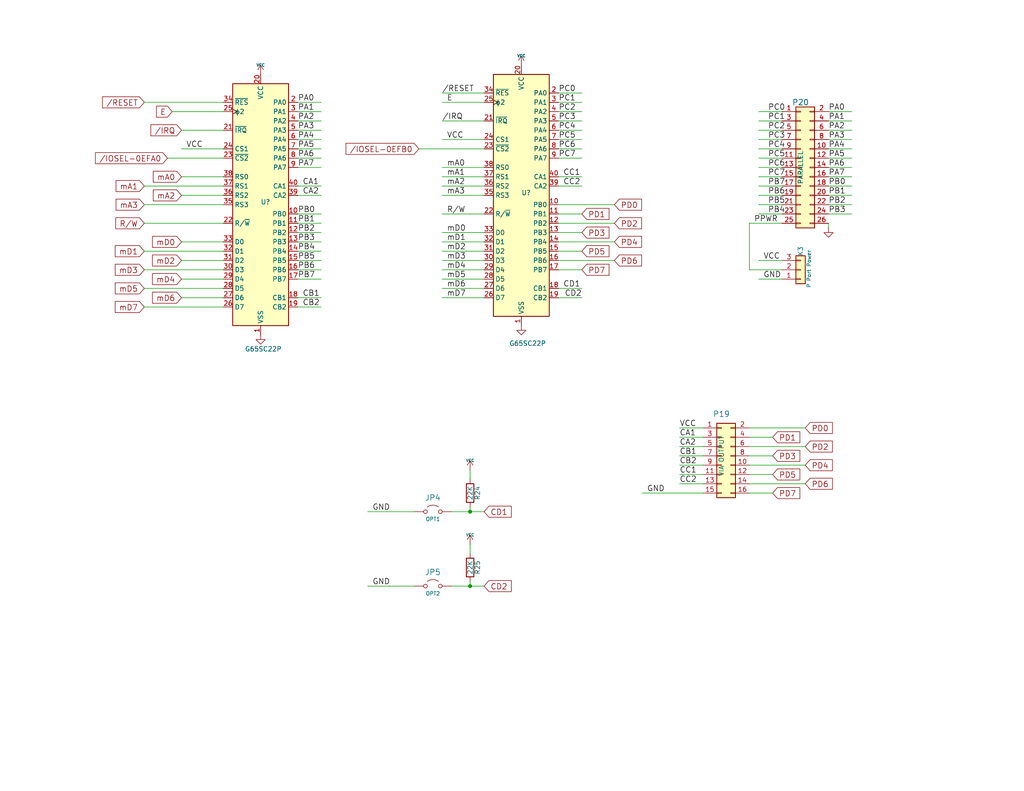
<source format=kicad_sch>
(kicad_sch
	(version 20231120)
	(generator "eeschema")
	(generator_version "8.0")
	(uuid "c775d42b-425d-41e9-b763-d41f1397701d")
	(paper "A")
	(title_block
		(title "6809PC")
		(date "2025-01-21")
		(rev "001")
		(comment 1 "https://github.com/danwerner21/6809PC")
		(comment 2 "Based on work by Andrew Lynch and John Coffman")
	)
	(lib_symbols
		(symbol "65xx-library:W65C22NxP"
			(exclude_from_sim no)
			(in_bom yes)
			(on_board yes)
			(property "Reference" "U"
				(at 2.54 38.1 0)
				(effects
					(font
						(size 1.27 1.27)
					)
					(justify left)
				)
			)
			(property "Value" "W65C22NxP"
				(at 2.54 35.56 0)
				(effects
					(font
						(size 1.27 1.27)
					)
					(justify left)
				)
			)
			(property "Footprint" "Package_DIP:DIP-40_W15.24mm"
				(at 0 48.26 0)
				(effects
					(font
						(size 1.27 1.27)
					)
					(hide yes)
				)
			)
			(property "Datasheet" "http://www.westerndesigncenter.com/wdc/documentation/w65c22.pdf"
				(at 0 45.72 0)
				(effects
					(font
						(size 1.27 1.27)
					)
					(hide yes)
				)
			)
			(property "Description" "CMOS Versatile Interface Adapter (VIA), 20-pin I/O, 2 Timer/Counters, NMOS-Compatible, DIP-40"
				(at 0 0 0)
				(effects
					(font
						(size 1.27 1.27)
					)
					(hide yes)
				)
			)
			(property "ki_keywords" "6522 65C22 VIA I/O"
				(at 0 0 0)
				(effects
					(font
						(size 1.27 1.27)
					)
					(hide yes)
				)
			)
			(property "ki_fp_filters" "DIP*W15.24mm*"
				(at 0 0 0)
				(effects
					(font
						(size 1.27 1.27)
					)
					(hide yes)
				)
			)
			(symbol "W65C22NxP_0_1"
				(rectangle
					(start -7.62 33.02)
					(end 7.62 -33.02)
					(stroke
						(width 0.254)
						(type default)
					)
					(fill
						(type background)
					)
				)
			)
			(symbol "W65C22NxP_1_1"
				(pin power_in line
					(at 0 -35.56 90)
					(length 2.54)
					(name "VSS"
						(effects
							(font
								(size 1.27 1.27)
							)
						)
					)
					(number "1"
						(effects
							(font
								(size 1.27 1.27)
							)
						)
					)
				)
				(pin bidirectional line
					(at 10.16 -2.54 180)
					(length 2.54)
					(name "PB0"
						(effects
							(font
								(size 1.27 1.27)
							)
						)
					)
					(number "10"
						(effects
							(font
								(size 1.27 1.27)
							)
						)
					)
				)
				(pin bidirectional line
					(at 10.16 -5.08 180)
					(length 2.54)
					(name "PB1"
						(effects
							(font
								(size 1.27 1.27)
							)
						)
					)
					(number "11"
						(effects
							(font
								(size 1.27 1.27)
							)
						)
					)
				)
				(pin bidirectional line
					(at 10.16 -7.62 180)
					(length 2.54)
					(name "PB2"
						(effects
							(font
								(size 1.27 1.27)
							)
						)
					)
					(number "12"
						(effects
							(font
								(size 1.27 1.27)
							)
						)
					)
				)
				(pin bidirectional line
					(at 10.16 -10.16 180)
					(length 2.54)
					(name "PB3"
						(effects
							(font
								(size 1.27 1.27)
							)
						)
					)
					(number "13"
						(effects
							(font
								(size 1.27 1.27)
							)
						)
					)
				)
				(pin bidirectional line
					(at 10.16 -12.7 180)
					(length 2.54)
					(name "PB4"
						(effects
							(font
								(size 1.27 1.27)
							)
						)
					)
					(number "14"
						(effects
							(font
								(size 1.27 1.27)
							)
						)
					)
				)
				(pin bidirectional line
					(at 10.16 -15.24 180)
					(length 2.54)
					(name "PB5"
						(effects
							(font
								(size 1.27 1.27)
							)
						)
					)
					(number "15"
						(effects
							(font
								(size 1.27 1.27)
							)
						)
					)
				)
				(pin bidirectional line
					(at 10.16 -17.78 180)
					(length 2.54)
					(name "PB6"
						(effects
							(font
								(size 1.27 1.27)
							)
						)
					)
					(number "16"
						(effects
							(font
								(size 1.27 1.27)
							)
						)
					)
				)
				(pin bidirectional line
					(at 10.16 -20.32 180)
					(length 2.54)
					(name "PB7"
						(effects
							(font
								(size 1.27 1.27)
							)
						)
					)
					(number "17"
						(effects
							(font
								(size 1.27 1.27)
							)
						)
					)
				)
				(pin input line
					(at 10.16 -25.4 180)
					(length 2.54)
					(name "CB1"
						(effects
							(font
								(size 1.27 1.27)
							)
						)
					)
					(number "18"
						(effects
							(font
								(size 1.27 1.27)
							)
						)
					)
				)
				(pin bidirectional line
					(at 10.16 -27.94 180)
					(length 2.54)
					(name "CB2"
						(effects
							(font
								(size 1.27 1.27)
							)
						)
					)
					(number "19"
						(effects
							(font
								(size 1.27 1.27)
							)
						)
					)
				)
				(pin bidirectional line
					(at 10.16 27.94 180)
					(length 2.54)
					(name "PA0"
						(effects
							(font
								(size 1.27 1.27)
							)
						)
					)
					(number "2"
						(effects
							(font
								(size 1.27 1.27)
							)
						)
					)
				)
				(pin power_in line
					(at 0 35.56 270)
					(length 2.54)
					(name "VCC"
						(effects
							(font
								(size 1.27 1.27)
							)
						)
					)
					(number "20"
						(effects
							(font
								(size 1.27 1.27)
							)
						)
					)
				)
				(pin open_collector line
					(at -10.16 20.32 0)
					(length 2.54)
					(name "~{IRQ}"
						(effects
							(font
								(size 1.27 1.27)
							)
						)
					)
					(number "21"
						(effects
							(font
								(size 1.27 1.27)
							)
						)
					)
				)
				(pin input line
					(at -10.16 -5.08 0)
					(length 2.54)
					(name "R/~{W}"
						(effects
							(font
								(size 1.27 1.27)
							)
						)
					)
					(number "22"
						(effects
							(font
								(size 1.27 1.27)
							)
						)
					)
				)
				(pin input line
					(at -10.16 12.7 0)
					(length 2.54)
					(name "~{CS2}"
						(effects
							(font
								(size 1.27 1.27)
							)
						)
					)
					(number "23"
						(effects
							(font
								(size 1.27 1.27)
							)
						)
					)
				)
				(pin input line
					(at -10.16 15.24 0)
					(length 2.54)
					(name "CS1"
						(effects
							(font
								(size 1.27 1.27)
							)
						)
					)
					(number "24"
						(effects
							(font
								(size 1.27 1.27)
							)
						)
					)
				)
				(pin input clock
					(at -10.16 25.4 0)
					(length 2.54)
					(name "ϕ2"
						(effects
							(font
								(size 1.27 1.27)
							)
						)
					)
					(number "25"
						(effects
							(font
								(size 1.27 1.27)
							)
						)
					)
				)
				(pin bidirectional line
					(at -10.16 -27.94 0)
					(length 2.54)
					(name "D7"
						(effects
							(font
								(size 1.27 1.27)
							)
						)
					)
					(number "26"
						(effects
							(font
								(size 1.27 1.27)
							)
						)
					)
				)
				(pin bidirectional line
					(at -10.16 -25.4 0)
					(length 2.54)
					(name "D6"
						(effects
							(font
								(size 1.27 1.27)
							)
						)
					)
					(number "27"
						(effects
							(font
								(size 1.27 1.27)
							)
						)
					)
				)
				(pin bidirectional line
					(at -10.16 -22.86 0)
					(length 2.54)
					(name "D5"
						(effects
							(font
								(size 1.27 1.27)
							)
						)
					)
					(number "28"
						(effects
							(font
								(size 1.27 1.27)
							)
						)
					)
				)
				(pin bidirectional line
					(at -10.16 -20.32 0)
					(length 2.54)
					(name "D4"
						(effects
							(font
								(size 1.27 1.27)
							)
						)
					)
					(number "29"
						(effects
							(font
								(size 1.27 1.27)
							)
						)
					)
				)
				(pin bidirectional line
					(at 10.16 25.4 180)
					(length 2.54)
					(name "PA1"
						(effects
							(font
								(size 1.27 1.27)
							)
						)
					)
					(number "3"
						(effects
							(font
								(size 1.27 1.27)
							)
						)
					)
				)
				(pin bidirectional line
					(at -10.16 -17.78 0)
					(length 2.54)
					(name "D3"
						(effects
							(font
								(size 1.27 1.27)
							)
						)
					)
					(number "30"
						(effects
							(font
								(size 1.27 1.27)
							)
						)
					)
				)
				(pin bidirectional line
					(at -10.16 -15.24 0)
					(length 2.54)
					(name "D2"
						(effects
							(font
								(size 1.27 1.27)
							)
						)
					)
					(number "31"
						(effects
							(font
								(size 1.27 1.27)
							)
						)
					)
				)
				(pin bidirectional line
					(at -10.16 -12.7 0)
					(length 2.54)
					(name "D1"
						(effects
							(font
								(size 1.27 1.27)
							)
						)
					)
					(number "32"
						(effects
							(font
								(size 1.27 1.27)
							)
						)
					)
				)
				(pin bidirectional line
					(at -10.16 -10.16 0)
					(length 2.54)
					(name "D0"
						(effects
							(font
								(size 1.27 1.27)
							)
						)
					)
					(number "33"
						(effects
							(font
								(size 1.27 1.27)
							)
						)
					)
				)
				(pin input line
					(at -10.16 27.94 0)
					(length 2.54)
					(name "~{RES}"
						(effects
							(font
								(size 1.27 1.27)
							)
						)
					)
					(number "34"
						(effects
							(font
								(size 1.27 1.27)
							)
						)
					)
				)
				(pin input line
					(at -10.16 0 0)
					(length 2.54)
					(name "RS3"
						(effects
							(font
								(size 1.27 1.27)
							)
						)
					)
					(number "35"
						(effects
							(font
								(size 1.27 1.27)
							)
						)
					)
				)
				(pin input line
					(at -10.16 2.54 0)
					(length 2.54)
					(name "RS2"
						(effects
							(font
								(size 1.27 1.27)
							)
						)
					)
					(number "36"
						(effects
							(font
								(size 1.27 1.27)
							)
						)
					)
				)
				(pin input line
					(at -10.16 5.08 0)
					(length 2.54)
					(name "RS1"
						(effects
							(font
								(size 1.27 1.27)
							)
						)
					)
					(number "37"
						(effects
							(font
								(size 1.27 1.27)
							)
						)
					)
				)
				(pin input line
					(at -10.16 7.62 0)
					(length 2.54)
					(name "RS0"
						(effects
							(font
								(size 1.27 1.27)
							)
						)
					)
					(number "38"
						(effects
							(font
								(size 1.27 1.27)
							)
						)
					)
				)
				(pin bidirectional line
					(at 10.16 2.54 180)
					(length 2.54)
					(name "CA2"
						(effects
							(font
								(size 1.27 1.27)
							)
						)
					)
					(number "39"
						(effects
							(font
								(size 1.27 1.27)
							)
						)
					)
				)
				(pin bidirectional line
					(at 10.16 22.86 180)
					(length 2.54)
					(name "PA2"
						(effects
							(font
								(size 1.27 1.27)
							)
						)
					)
					(number "4"
						(effects
							(font
								(size 1.27 1.27)
							)
						)
					)
				)
				(pin input line
					(at 10.16 5.08 180)
					(length 2.54)
					(name "CA1"
						(effects
							(font
								(size 1.27 1.27)
							)
						)
					)
					(number "40"
						(effects
							(font
								(size 1.27 1.27)
							)
						)
					)
				)
				(pin bidirectional line
					(at 10.16 20.32 180)
					(length 2.54)
					(name "PA3"
						(effects
							(font
								(size 1.27 1.27)
							)
						)
					)
					(number "5"
						(effects
							(font
								(size 1.27 1.27)
							)
						)
					)
				)
				(pin bidirectional line
					(at 10.16 17.78 180)
					(length 2.54)
					(name "PA4"
						(effects
							(font
								(size 1.27 1.27)
							)
						)
					)
					(number "6"
						(effects
							(font
								(size 1.27 1.27)
							)
						)
					)
				)
				(pin bidirectional line
					(at 10.16 15.24 180)
					(length 2.54)
					(name "PA5"
						(effects
							(font
								(size 1.27 1.27)
							)
						)
					)
					(number "7"
						(effects
							(font
								(size 1.27 1.27)
							)
						)
					)
				)
				(pin bidirectional line
					(at 10.16 12.7 180)
					(length 2.54)
					(name "PA6"
						(effects
							(font
								(size 1.27 1.27)
							)
						)
					)
					(number "8"
						(effects
							(font
								(size 1.27 1.27)
							)
						)
					)
				)
				(pin bidirectional line
					(at 10.16 10.16 180)
					(length 2.54)
					(name "PA7"
						(effects
							(font
								(size 1.27 1.27)
							)
						)
					)
					(number "9"
						(effects
							(font
								(size 1.27 1.27)
							)
						)
					)
				)
			)
		)
		(symbol "Connector_Generic:Conn_01x03"
			(pin_names
				(offset 1.016) hide)
			(exclude_from_sim no)
			(in_bom yes)
			(on_board yes)
			(property "Reference" "J"
				(at 0 5.08 0)
				(effects
					(font
						(size 1.27 1.27)
					)
				)
			)
			(property "Value" "Conn_01x03"
				(at 0 -5.08 0)
				(effects
					(font
						(size 1.27 1.27)
					)
				)
			)
			(property "Footprint" ""
				(at 0 0 0)
				(effects
					(font
						(size 1.27 1.27)
					)
					(hide yes)
				)
			)
			(property "Datasheet" "~"
				(at 0 0 0)
				(effects
					(font
						(size 1.27 1.27)
					)
					(hide yes)
				)
			)
			(property "Description" "Generic connector, single row, 01x03, script generated (kicad-library-utils/schlib/autogen/connector/)"
				(at 0 0 0)
				(effects
					(font
						(size 1.27 1.27)
					)
					(hide yes)
				)
			)
			(property "ki_keywords" "connector"
				(at 0 0 0)
				(effects
					(font
						(size 1.27 1.27)
					)
					(hide yes)
				)
			)
			(property "ki_fp_filters" "Connector*:*_1x??_*"
				(at 0 0 0)
				(effects
					(font
						(size 1.27 1.27)
					)
					(hide yes)
				)
			)
			(symbol "Conn_01x03_1_1"
				(rectangle
					(start -1.27 -2.413)
					(end 0 -2.667)
					(stroke
						(width 0.1524)
						(type default)
					)
					(fill
						(type none)
					)
				)
				(rectangle
					(start -1.27 0.127)
					(end 0 -0.127)
					(stroke
						(width 0.1524)
						(type default)
					)
					(fill
						(type none)
					)
				)
				(rectangle
					(start -1.27 2.667)
					(end 0 2.413)
					(stroke
						(width 0.1524)
						(type default)
					)
					(fill
						(type none)
					)
				)
				(rectangle
					(start -1.27 3.81)
					(end 1.27 -3.81)
					(stroke
						(width 0.254)
						(type default)
					)
					(fill
						(type background)
					)
				)
				(pin passive line
					(at -5.08 2.54 0)
					(length 3.81)
					(name "Pin_1"
						(effects
							(font
								(size 1.27 1.27)
							)
						)
					)
					(number "1"
						(effects
							(font
								(size 1.27 1.27)
							)
						)
					)
				)
				(pin passive line
					(at -5.08 0 0)
					(length 3.81)
					(name "Pin_2"
						(effects
							(font
								(size 1.27 1.27)
							)
						)
					)
					(number "2"
						(effects
							(font
								(size 1.27 1.27)
							)
						)
					)
				)
				(pin passive line
					(at -5.08 -2.54 0)
					(length 3.81)
					(name "Pin_3"
						(effects
							(font
								(size 1.27 1.27)
							)
						)
					)
					(number "3"
						(effects
							(font
								(size 1.27 1.27)
							)
						)
					)
				)
			)
		)
		(symbol "Connector_Generic:Conn_02x08_Odd_Even"
			(pin_names
				(offset 1.016) hide)
			(exclude_from_sim no)
			(in_bom yes)
			(on_board yes)
			(property "Reference" "J"
				(at 1.27 10.16 0)
				(effects
					(font
						(size 1.27 1.27)
					)
				)
			)
			(property "Value" "Conn_02x08_Odd_Even"
				(at 1.27 -12.7 0)
				(effects
					(font
						(size 1.27 1.27)
					)
				)
			)
			(property "Footprint" ""
				(at 0 0 0)
				(effects
					(font
						(size 1.27 1.27)
					)
					(hide yes)
				)
			)
			(property "Datasheet" "~"
				(at 0 0 0)
				(effects
					(font
						(size 1.27 1.27)
					)
					(hide yes)
				)
			)
			(property "Description" "Generic connector, double row, 02x08, odd/even pin numbering scheme (row 1 odd numbers, row 2 even numbers), script generated (kicad-library-utils/schlib/autogen/connector/)"
				(at 0 0 0)
				(effects
					(font
						(size 1.27 1.27)
					)
					(hide yes)
				)
			)
			(property "ki_keywords" "connector"
				(at 0 0 0)
				(effects
					(font
						(size 1.27 1.27)
					)
					(hide yes)
				)
			)
			(property "ki_fp_filters" "Connector*:*_2x??_*"
				(at 0 0 0)
				(effects
					(font
						(size 1.27 1.27)
					)
					(hide yes)
				)
			)
			(symbol "Conn_02x08_Odd_Even_1_1"
				(rectangle
					(start -1.27 -10.033)
					(end 0 -10.287)
					(stroke
						(width 0.1524)
						(type default)
					)
					(fill
						(type none)
					)
				)
				(rectangle
					(start -1.27 -7.493)
					(end 0 -7.747)
					(stroke
						(width 0.1524)
						(type default)
					)
					(fill
						(type none)
					)
				)
				(rectangle
					(start -1.27 -4.953)
					(end 0 -5.207)
					(stroke
						(width 0.1524)
						(type default)
					)
					(fill
						(type none)
					)
				)
				(rectangle
					(start -1.27 -2.413)
					(end 0 -2.667)
					(stroke
						(width 0.1524)
						(type default)
					)
					(fill
						(type none)
					)
				)
				(rectangle
					(start -1.27 0.127)
					(end 0 -0.127)
					(stroke
						(width 0.1524)
						(type default)
					)
					(fill
						(type none)
					)
				)
				(rectangle
					(start -1.27 2.667)
					(end 0 2.413)
					(stroke
						(width 0.1524)
						(type default)
					)
					(fill
						(type none)
					)
				)
				(rectangle
					(start -1.27 5.207)
					(end 0 4.953)
					(stroke
						(width 0.1524)
						(type default)
					)
					(fill
						(type none)
					)
				)
				(rectangle
					(start -1.27 7.747)
					(end 0 7.493)
					(stroke
						(width 0.1524)
						(type default)
					)
					(fill
						(type none)
					)
				)
				(rectangle
					(start -1.27 8.89)
					(end 3.81 -11.43)
					(stroke
						(width 0.254)
						(type default)
					)
					(fill
						(type background)
					)
				)
				(rectangle
					(start 3.81 -10.033)
					(end 2.54 -10.287)
					(stroke
						(width 0.1524)
						(type default)
					)
					(fill
						(type none)
					)
				)
				(rectangle
					(start 3.81 -7.493)
					(end 2.54 -7.747)
					(stroke
						(width 0.1524)
						(type default)
					)
					(fill
						(type none)
					)
				)
				(rectangle
					(start 3.81 -4.953)
					(end 2.54 -5.207)
					(stroke
						(width 0.1524)
						(type default)
					)
					(fill
						(type none)
					)
				)
				(rectangle
					(start 3.81 -2.413)
					(end 2.54 -2.667)
					(stroke
						(width 0.1524)
						(type default)
					)
					(fill
						(type none)
					)
				)
				(rectangle
					(start 3.81 0.127)
					(end 2.54 -0.127)
					(stroke
						(width 0.1524)
						(type default)
					)
					(fill
						(type none)
					)
				)
				(rectangle
					(start 3.81 2.667)
					(end 2.54 2.413)
					(stroke
						(width 0.1524)
						(type default)
					)
					(fill
						(type none)
					)
				)
				(rectangle
					(start 3.81 5.207)
					(end 2.54 4.953)
					(stroke
						(width 0.1524)
						(type default)
					)
					(fill
						(type none)
					)
				)
				(rectangle
					(start 3.81 7.747)
					(end 2.54 7.493)
					(stroke
						(width 0.1524)
						(type default)
					)
					(fill
						(type none)
					)
				)
				(pin passive line
					(at -5.08 7.62 0)
					(length 3.81)
					(name "Pin_1"
						(effects
							(font
								(size 1.27 1.27)
							)
						)
					)
					(number "1"
						(effects
							(font
								(size 1.27 1.27)
							)
						)
					)
				)
				(pin passive line
					(at 7.62 -2.54 180)
					(length 3.81)
					(name "Pin_10"
						(effects
							(font
								(size 1.27 1.27)
							)
						)
					)
					(number "10"
						(effects
							(font
								(size 1.27 1.27)
							)
						)
					)
				)
				(pin passive line
					(at -5.08 -5.08 0)
					(length 3.81)
					(name "Pin_11"
						(effects
							(font
								(size 1.27 1.27)
							)
						)
					)
					(number "11"
						(effects
							(font
								(size 1.27 1.27)
							)
						)
					)
				)
				(pin passive line
					(at 7.62 -5.08 180)
					(length 3.81)
					(name "Pin_12"
						(effects
							(font
								(size 1.27 1.27)
							)
						)
					)
					(number "12"
						(effects
							(font
								(size 1.27 1.27)
							)
						)
					)
				)
				(pin passive line
					(at -5.08 -7.62 0)
					(length 3.81)
					(name "Pin_13"
						(effects
							(font
								(size 1.27 1.27)
							)
						)
					)
					(number "13"
						(effects
							(font
								(size 1.27 1.27)
							)
						)
					)
				)
				(pin passive line
					(at 7.62 -7.62 180)
					(length 3.81)
					(name "Pin_14"
						(effects
							(font
								(size 1.27 1.27)
							)
						)
					)
					(number "14"
						(effects
							(font
								(size 1.27 1.27)
							)
						)
					)
				)
				(pin passive line
					(at -5.08 -10.16 0)
					(length 3.81)
					(name "Pin_15"
						(effects
							(font
								(size 1.27 1.27)
							)
						)
					)
					(number "15"
						(effects
							(font
								(size 1.27 1.27)
							)
						)
					)
				)
				(pin passive line
					(at 7.62 -10.16 180)
					(length 3.81)
					(name "Pin_16"
						(effects
							(font
								(size 1.27 1.27)
							)
						)
					)
					(number "16"
						(effects
							(font
								(size 1.27 1.27)
							)
						)
					)
				)
				(pin passive line
					(at 7.62 7.62 180)
					(length 3.81)
					(name "Pin_2"
						(effects
							(font
								(size 1.27 1.27)
							)
						)
					)
					(number "2"
						(effects
							(font
								(size 1.27 1.27)
							)
						)
					)
				)
				(pin passive line
					(at -5.08 5.08 0)
					(length 3.81)
					(name "Pin_3"
						(effects
							(font
								(size 1.27 1.27)
							)
						)
					)
					(number "3"
						(effects
							(font
								(size 1.27 1.27)
							)
						)
					)
				)
				(pin passive line
					(at 7.62 5.08 180)
					(length 3.81)
					(name "Pin_4"
						(effects
							(font
								(size 1.27 1.27)
							)
						)
					)
					(number "4"
						(effects
							(font
								(size 1.27 1.27)
							)
						)
					)
				)
				(pin passive line
					(at -5.08 2.54 0)
					(length 3.81)
					(name "Pin_5"
						(effects
							(font
								(size 1.27 1.27)
							)
						)
					)
					(number "5"
						(effects
							(font
								(size 1.27 1.27)
							)
						)
					)
				)
				(pin passive line
					(at 7.62 2.54 180)
					(length 3.81)
					(name "Pin_6"
						(effects
							(font
								(size 1.27 1.27)
							)
						)
					)
					(number "6"
						(effects
							(font
								(size 1.27 1.27)
							)
						)
					)
				)
				(pin passive line
					(at -5.08 0 0)
					(length 3.81)
					(name "Pin_7"
						(effects
							(font
								(size 1.27 1.27)
							)
						)
					)
					(number "7"
						(effects
							(font
								(size 1.27 1.27)
							)
						)
					)
				)
				(pin passive line
					(at 7.62 0 180)
					(length 3.81)
					(name "Pin_8"
						(effects
							(font
								(size 1.27 1.27)
							)
						)
					)
					(number "8"
						(effects
							(font
								(size 1.27 1.27)
							)
						)
					)
				)
				(pin passive line
					(at -5.08 -2.54 0)
					(length 3.81)
					(name "Pin_9"
						(effects
							(font
								(size 1.27 1.27)
							)
						)
					)
					(number "9"
						(effects
							(font
								(size 1.27 1.27)
							)
						)
					)
				)
			)
		)
		(symbol "Connector_Generic:Conn_02x13_Odd_Even"
			(pin_names
				(offset 1.016) hide)
			(exclude_from_sim no)
			(in_bom yes)
			(on_board yes)
			(property "Reference" "J"
				(at 1.27 17.78 0)
				(effects
					(font
						(size 1.27 1.27)
					)
				)
			)
			(property "Value" "Conn_02x13_Odd_Even"
				(at 1.27 -17.78 0)
				(effects
					(font
						(size 1.27 1.27)
					)
				)
			)
			(property "Footprint" ""
				(at 0 0 0)
				(effects
					(font
						(size 1.27 1.27)
					)
					(hide yes)
				)
			)
			(property "Datasheet" "~"
				(at 0 0 0)
				(effects
					(font
						(size 1.27 1.27)
					)
					(hide yes)
				)
			)
			(property "Description" "Generic connector, double row, 02x13, odd/even pin numbering scheme (row 1 odd numbers, row 2 even numbers), script generated (kicad-library-utils/schlib/autogen/connector/)"
				(at 0 0 0)
				(effects
					(font
						(size 1.27 1.27)
					)
					(hide yes)
				)
			)
			(property "ki_keywords" "connector"
				(at 0 0 0)
				(effects
					(font
						(size 1.27 1.27)
					)
					(hide yes)
				)
			)
			(property "ki_fp_filters" "Connector*:*_2x??_*"
				(at 0 0 0)
				(effects
					(font
						(size 1.27 1.27)
					)
					(hide yes)
				)
			)
			(symbol "Conn_02x13_Odd_Even_1_1"
				(rectangle
					(start -1.27 -15.113)
					(end 0 -15.367)
					(stroke
						(width 0.1524)
						(type default)
					)
					(fill
						(type none)
					)
				)
				(rectangle
					(start -1.27 -12.573)
					(end 0 -12.827)
					(stroke
						(width 0.1524)
						(type default)
					)
					(fill
						(type none)
					)
				)
				(rectangle
					(start -1.27 -10.033)
					(end 0 -10.287)
					(stroke
						(width 0.1524)
						(type default)
					)
					(fill
						(type none)
					)
				)
				(rectangle
					(start -1.27 -7.493)
					(end 0 -7.747)
					(stroke
						(width 0.1524)
						(type default)
					)
					(fill
						(type none)
					)
				)
				(rectangle
					(start -1.27 -4.953)
					(end 0 -5.207)
					(stroke
						(width 0.1524)
						(type default)
					)
					(fill
						(type none)
					)
				)
				(rectangle
					(start -1.27 -2.413)
					(end 0 -2.667)
					(stroke
						(width 0.1524)
						(type default)
					)
					(fill
						(type none)
					)
				)
				(rectangle
					(start -1.27 0.127)
					(end 0 -0.127)
					(stroke
						(width 0.1524)
						(type default)
					)
					(fill
						(type none)
					)
				)
				(rectangle
					(start -1.27 2.667)
					(end 0 2.413)
					(stroke
						(width 0.1524)
						(type default)
					)
					(fill
						(type none)
					)
				)
				(rectangle
					(start -1.27 5.207)
					(end 0 4.953)
					(stroke
						(width 0.1524)
						(type default)
					)
					(fill
						(type none)
					)
				)
				(rectangle
					(start -1.27 7.747)
					(end 0 7.493)
					(stroke
						(width 0.1524)
						(type default)
					)
					(fill
						(type none)
					)
				)
				(rectangle
					(start -1.27 10.287)
					(end 0 10.033)
					(stroke
						(width 0.1524)
						(type default)
					)
					(fill
						(type none)
					)
				)
				(rectangle
					(start -1.27 12.827)
					(end 0 12.573)
					(stroke
						(width 0.1524)
						(type default)
					)
					(fill
						(type none)
					)
				)
				(rectangle
					(start -1.27 15.367)
					(end 0 15.113)
					(stroke
						(width 0.1524)
						(type default)
					)
					(fill
						(type none)
					)
				)
				(rectangle
					(start -1.27 16.51)
					(end 3.81 -16.51)
					(stroke
						(width 0.254)
						(type default)
					)
					(fill
						(type background)
					)
				)
				(rectangle
					(start 3.81 -15.113)
					(end 2.54 -15.367)
					(stroke
						(width 0.1524)
						(type default)
					)
					(fill
						(type none)
					)
				)
				(rectangle
					(start 3.81 -12.573)
					(end 2.54 -12.827)
					(stroke
						(width 0.1524)
						(type default)
					)
					(fill
						(type none)
					)
				)
				(rectangle
					(start 3.81 -10.033)
					(end 2.54 -10.287)
					(stroke
						(width 0.1524)
						(type default)
					)
					(fill
						(type none)
					)
				)
				(rectangle
					(start 3.81 -7.493)
					(end 2.54 -7.747)
					(stroke
						(width 0.1524)
						(type default)
					)
					(fill
						(type none)
					)
				)
				(rectangle
					(start 3.81 -4.953)
					(end 2.54 -5.207)
					(stroke
						(width 0.1524)
						(type default)
					)
					(fill
						(type none)
					)
				)
				(rectangle
					(start 3.81 -2.413)
					(end 2.54 -2.667)
					(stroke
						(width 0.1524)
						(type default)
					)
					(fill
						(type none)
					)
				)
				(rectangle
					(start 3.81 0.127)
					(end 2.54 -0.127)
					(stroke
						(width 0.1524)
						(type default)
					)
					(fill
						(type none)
					)
				)
				(rectangle
					(start 3.81 2.667)
					(end 2.54 2.413)
					(stroke
						(width 0.1524)
						(type default)
					)
					(fill
						(type none)
					)
				)
				(rectangle
					(start 3.81 5.207)
					(end 2.54 4.953)
					(stroke
						(width 0.1524)
						(type default)
					)
					(fill
						(type none)
					)
				)
				(rectangle
					(start 3.81 7.747)
					(end 2.54 7.493)
					(stroke
						(width 0.1524)
						(type default)
					)
					(fill
						(type none)
					)
				)
				(rectangle
					(start 3.81 10.287)
					(end 2.54 10.033)
					(stroke
						(width 0.1524)
						(type default)
					)
					(fill
						(type none)
					)
				)
				(rectangle
					(start 3.81 12.827)
					(end 2.54 12.573)
					(stroke
						(width 0.1524)
						(type default)
					)
					(fill
						(type none)
					)
				)
				(rectangle
					(start 3.81 15.367)
					(end 2.54 15.113)
					(stroke
						(width 0.1524)
						(type default)
					)
					(fill
						(type none)
					)
				)
				(pin passive line
					(at -5.08 15.24 0)
					(length 3.81)
					(name "Pin_1"
						(effects
							(font
								(size 1.27 1.27)
							)
						)
					)
					(number "1"
						(effects
							(font
								(size 1.27 1.27)
							)
						)
					)
				)
				(pin passive line
					(at 7.62 5.08 180)
					(length 3.81)
					(name "Pin_10"
						(effects
							(font
								(size 1.27 1.27)
							)
						)
					)
					(number "10"
						(effects
							(font
								(size 1.27 1.27)
							)
						)
					)
				)
				(pin passive line
					(at -5.08 2.54 0)
					(length 3.81)
					(name "Pin_11"
						(effects
							(font
								(size 1.27 1.27)
							)
						)
					)
					(number "11"
						(effects
							(font
								(size 1.27 1.27)
							)
						)
					)
				)
				(pin passive line
					(at 7.62 2.54 180)
					(length 3.81)
					(name "Pin_12"
						(effects
							(font
								(size 1.27 1.27)
							)
						)
					)
					(number "12"
						(effects
							(font
								(size 1.27 1.27)
							)
						)
					)
				)
				(pin passive line
					(at -5.08 0 0)
					(length 3.81)
					(name "Pin_13"
						(effects
							(font
								(size 1.27 1.27)
							)
						)
					)
					(number "13"
						(effects
							(font
								(size 1.27 1.27)
							)
						)
					)
				)
				(pin passive line
					(at 7.62 0 180)
					(length 3.81)
					(name "Pin_14"
						(effects
							(font
								(size 1.27 1.27)
							)
						)
					)
					(number "14"
						(effects
							(font
								(size 1.27 1.27)
							)
						)
					)
				)
				(pin passive line
					(at -5.08 -2.54 0)
					(length 3.81)
					(name "Pin_15"
						(effects
							(font
								(size 1.27 1.27)
							)
						)
					)
					(number "15"
						(effects
							(font
								(size 1.27 1.27)
							)
						)
					)
				)
				(pin passive line
					(at 7.62 -2.54 180)
					(length 3.81)
					(name "Pin_16"
						(effects
							(font
								(size 1.27 1.27)
							)
						)
					)
					(number "16"
						(effects
							(font
								(size 1.27 1.27)
							)
						)
					)
				)
				(pin passive line
					(at -5.08 -5.08 0)
					(length 3.81)
					(name "Pin_17"
						(effects
							(font
								(size 1.27 1.27)
							)
						)
					)
					(number "17"
						(effects
							(font
								(size 1.27 1.27)
							)
						)
					)
				)
				(pin passive line
					(at 7.62 -5.08 180)
					(length 3.81)
					(name "Pin_18"
						(effects
							(font
								(size 1.27 1.27)
							)
						)
					)
					(number "18"
						(effects
							(font
								(size 1.27 1.27)
							)
						)
					)
				)
				(pin passive line
					(at -5.08 -7.62 0)
					(length 3.81)
					(name "Pin_19"
						(effects
							(font
								(size 1.27 1.27)
							)
						)
					)
					(number "19"
						(effects
							(font
								(size 1.27 1.27)
							)
						)
					)
				)
				(pin passive line
					(at 7.62 15.24 180)
					(length 3.81)
					(name "Pin_2"
						(effects
							(font
								(size 1.27 1.27)
							)
						)
					)
					(number "2"
						(effects
							(font
								(size 1.27 1.27)
							)
						)
					)
				)
				(pin passive line
					(at 7.62 -7.62 180)
					(length 3.81)
					(name "Pin_20"
						(effects
							(font
								(size 1.27 1.27)
							)
						)
					)
					(number "20"
						(effects
							(font
								(size 1.27 1.27)
							)
						)
					)
				)
				(pin passive line
					(at -5.08 -10.16 0)
					(length 3.81)
					(name "Pin_21"
						(effects
							(font
								(size 1.27 1.27)
							)
						)
					)
					(number "21"
						(effects
							(font
								(size 1.27 1.27)
							)
						)
					)
				)
				(pin passive line
					(at 7.62 -10.16 180)
					(length 3.81)
					(name "Pin_22"
						(effects
							(font
								(size 1.27 1.27)
							)
						)
					)
					(number "22"
						(effects
							(font
								(size 1.27 1.27)
							)
						)
					)
				)
				(pin passive line
					(at -5.08 -12.7 0)
					(length 3.81)
					(name "Pin_23"
						(effects
							(font
								(size 1.27 1.27)
							)
						)
					)
					(number "23"
						(effects
							(font
								(size 1.27 1.27)
							)
						)
					)
				)
				(pin passive line
					(at 7.62 -12.7 180)
					(length 3.81)
					(name "Pin_24"
						(effects
							(font
								(size 1.27 1.27)
							)
						)
					)
					(number "24"
						(effects
							(font
								(size 1.27 1.27)
							)
						)
					)
				)
				(pin passive line
					(at -5.08 -15.24 0)
					(length 3.81)
					(name "Pin_25"
						(effects
							(font
								(size 1.27 1.27)
							)
						)
					)
					(number "25"
						(effects
							(font
								(size 1.27 1.27)
							)
						)
					)
				)
				(pin passive line
					(at 7.62 -15.24 180)
					(length 3.81)
					(name "Pin_26"
						(effects
							(font
								(size 1.27 1.27)
							)
						)
					)
					(number "26"
						(effects
							(font
								(size 1.27 1.27)
							)
						)
					)
				)
				(pin passive line
					(at -5.08 12.7 0)
					(length 3.81)
					(name "Pin_3"
						(effects
							(font
								(size 1.27 1.27)
							)
						)
					)
					(number "3"
						(effects
							(font
								(size 1.27 1.27)
							)
						)
					)
				)
				(pin passive line
					(at 7.62 12.7 180)
					(length 3.81)
					(name "Pin_4"
						(effects
							(font
								(size 1.27 1.27)
							)
						)
					)
					(number "4"
						(effects
							(font
								(size 1.27 1.27)
							)
						)
					)
				)
				(pin passive line
					(at -5.08 10.16 0)
					(length 3.81)
					(name "Pin_5"
						(effects
							(font
								(size 1.27 1.27)
							)
						)
					)
					(number "5"
						(effects
							(font
								(size 1.27 1.27)
							)
						)
					)
				)
				(pin passive line
					(at 7.62 10.16 180)
					(length 3.81)
					(name "Pin_6"
						(effects
							(font
								(size 1.27 1.27)
							)
						)
					)
					(number "6"
						(effects
							(font
								(size 1.27 1.27)
							)
						)
					)
				)
				(pin passive line
					(at -5.08 7.62 0)
					(length 3.81)
					(name "Pin_7"
						(effects
							(font
								(size 1.27 1.27)
							)
						)
					)
					(number "7"
						(effects
							(font
								(size 1.27 1.27)
							)
						)
					)
				)
				(pin passive line
					(at 7.62 7.62 180)
					(length 3.81)
					(name "Pin_8"
						(effects
							(font
								(size 1.27 1.27)
							)
						)
					)
					(number "8"
						(effects
							(font
								(size 1.27 1.27)
							)
						)
					)
				)
				(pin passive line
					(at -5.08 5.08 0)
					(length 3.81)
					(name "Pin_9"
						(effects
							(font
								(size 1.27 1.27)
							)
						)
					)
					(number "9"
						(effects
							(font
								(size 1.27 1.27)
							)
						)
					)
				)
			)
		)
		(symbol "Device:R"
			(pin_numbers hide)
			(pin_names
				(offset 0)
			)
			(exclude_from_sim no)
			(in_bom yes)
			(on_board yes)
			(property "Reference" "R"
				(at 2.032 0 90)
				(effects
					(font
						(size 1.27 1.27)
					)
				)
			)
			(property "Value" "R"
				(at 0 0 90)
				(effects
					(font
						(size 1.27 1.27)
					)
				)
			)
			(property "Footprint" ""
				(at -1.778 0 90)
				(effects
					(font
						(size 1.27 1.27)
					)
					(hide yes)
				)
			)
			(property "Datasheet" "~"
				(at 0 0 0)
				(effects
					(font
						(size 1.27 1.27)
					)
					(hide yes)
				)
			)
			(property "Description" "Resistor"
				(at 0 0 0)
				(effects
					(font
						(size 1.27 1.27)
					)
					(hide yes)
				)
			)
			(property "ki_keywords" "R res resistor"
				(at 0 0 0)
				(effects
					(font
						(size 1.27 1.27)
					)
					(hide yes)
				)
			)
			(property "ki_fp_filters" "R_*"
				(at 0 0 0)
				(effects
					(font
						(size 1.27 1.27)
					)
					(hide yes)
				)
			)
			(symbol "R_0_1"
				(rectangle
					(start -1.016 -2.54)
					(end 1.016 2.54)
					(stroke
						(width 0.254)
						(type default)
					)
					(fill
						(type none)
					)
				)
			)
			(symbol "R_1_1"
				(pin passive line
					(at 0 3.81 270)
					(length 1.27)
					(name "~"
						(effects
							(font
								(size 1.27 1.27)
							)
						)
					)
					(number "1"
						(effects
							(font
								(size 1.27 1.27)
							)
						)
					)
				)
				(pin passive line
					(at 0 -3.81 90)
					(length 1.27)
					(name "~"
						(effects
							(font
								(size 1.27 1.27)
							)
						)
					)
					(number "2"
						(effects
							(font
								(size 1.27 1.27)
							)
						)
					)
				)
			)
		)
		(symbol "Jumper:Jumper_2_Open"
			(pin_numbers hide)
			(pin_names
				(offset 0) hide)
			(exclude_from_sim yes)
			(in_bom yes)
			(on_board yes)
			(property "Reference" "JP"
				(at 0 2.794 0)
				(effects
					(font
						(size 1.27 1.27)
					)
				)
			)
			(property "Value" "Jumper_2_Open"
				(at 0 -2.286 0)
				(effects
					(font
						(size 1.27 1.27)
					)
				)
			)
			(property "Footprint" ""
				(at 0 0 0)
				(effects
					(font
						(size 1.27 1.27)
					)
					(hide yes)
				)
			)
			(property "Datasheet" "~"
				(at 0 0 0)
				(effects
					(font
						(size 1.27 1.27)
					)
					(hide yes)
				)
			)
			(property "Description" "Jumper, 2-pole, open"
				(at 0 0 0)
				(effects
					(font
						(size 1.27 1.27)
					)
					(hide yes)
				)
			)
			(property "ki_keywords" "Jumper SPST"
				(at 0 0 0)
				(effects
					(font
						(size 1.27 1.27)
					)
					(hide yes)
				)
			)
			(property "ki_fp_filters" "Jumper* TestPoint*2Pads* TestPoint*Bridge*"
				(at 0 0 0)
				(effects
					(font
						(size 1.27 1.27)
					)
					(hide yes)
				)
			)
			(symbol "Jumper_2_Open_0_0"
				(circle
					(center -2.032 0)
					(radius 0.508)
					(stroke
						(width 0)
						(type default)
					)
					(fill
						(type none)
					)
				)
				(circle
					(center 2.032 0)
					(radius 0.508)
					(stroke
						(width 0)
						(type default)
					)
					(fill
						(type none)
					)
				)
			)
			(symbol "Jumper_2_Open_0_1"
				(arc
					(start 1.524 1.27)
					(mid 0 1.778)
					(end -1.524 1.27)
					(stroke
						(width 0)
						(type default)
					)
					(fill
						(type none)
					)
				)
			)
			(symbol "Jumper_2_Open_1_1"
				(pin passive line
					(at -5.08 0 0)
					(length 2.54)
					(name "A"
						(effects
							(font
								(size 1.27 1.27)
							)
						)
					)
					(number "1"
						(effects
							(font
								(size 1.27 1.27)
							)
						)
					)
				)
				(pin passive line
					(at 5.08 0 180)
					(length 2.54)
					(name "B"
						(effects
							(font
								(size 1.27 1.27)
							)
						)
					)
					(number "2"
						(effects
							(font
								(size 1.27 1.27)
							)
						)
					)
				)
			)
		)
		(symbol "power:GND"
			(power)
			(pin_numbers hide)
			(pin_names
				(offset 0) hide)
			(exclude_from_sim no)
			(in_bom yes)
			(on_board yes)
			(property "Reference" "#PWR"
				(at 0 -6.35 0)
				(effects
					(font
						(size 1.27 1.27)
					)
					(hide yes)
				)
			)
			(property "Value" "GND"
				(at 0 -3.81 0)
				(effects
					(font
						(size 1.27 1.27)
					)
				)
			)
			(property "Footprint" ""
				(at 0 0 0)
				(effects
					(font
						(size 1.27 1.27)
					)
					(hide yes)
				)
			)
			(property "Datasheet" ""
				(at 0 0 0)
				(effects
					(font
						(size 1.27 1.27)
					)
					(hide yes)
				)
			)
			(property "Description" "Power symbol creates a global label with name \"GND\" , ground"
				(at 0 0 0)
				(effects
					(font
						(size 1.27 1.27)
					)
					(hide yes)
				)
			)
			(property "ki_keywords" "global power"
				(at 0 0 0)
				(effects
					(font
						(size 1.27 1.27)
					)
					(hide yes)
				)
			)
			(symbol "GND_0_1"
				(polyline
					(pts
						(xy 0 0) (xy 0 -1.27) (xy 1.27 -1.27) (xy 0 -2.54) (xy -1.27 -1.27) (xy 0 -1.27)
					)
					(stroke
						(width 0)
						(type default)
					)
					(fill
						(type none)
					)
				)
			)
			(symbol "GND_1_1"
				(pin power_in line
					(at 0 0 270)
					(length 0)
					(name "~"
						(effects
							(font
								(size 1.27 1.27)
							)
						)
					)
					(number "1"
						(effects
							(font
								(size 1.27 1.27)
							)
						)
					)
				)
			)
		)
		(symbol "power:VCC"
			(power)
			(pin_numbers hide)
			(pin_names
				(offset 0) hide)
			(exclude_from_sim no)
			(in_bom yes)
			(on_board yes)
			(property "Reference" "#PWR"
				(at 0 -3.81 0)
				(effects
					(font
						(size 1.27 1.27)
					)
					(hide yes)
				)
			)
			(property "Value" "VCC"
				(at 0 3.556 0)
				(effects
					(font
						(size 1.27 1.27)
					)
				)
			)
			(property "Footprint" ""
				(at 0 0 0)
				(effects
					(font
						(size 1.27 1.27)
					)
					(hide yes)
				)
			)
			(property "Datasheet" ""
				(at 0 0 0)
				(effects
					(font
						(size 1.27 1.27)
					)
					(hide yes)
				)
			)
			(property "Description" "Power symbol creates a global label with name \"VCC\""
				(at 0 0 0)
				(effects
					(font
						(size 1.27 1.27)
					)
					(hide yes)
				)
			)
			(property "ki_keywords" "global power"
				(at 0 0 0)
				(effects
					(font
						(size 1.27 1.27)
					)
					(hide yes)
				)
			)
			(symbol "VCC_0_1"
				(polyline
					(pts
						(xy -0.762 1.27) (xy 0 2.54)
					)
					(stroke
						(width 0)
						(type default)
					)
					(fill
						(type none)
					)
				)
				(polyline
					(pts
						(xy 0 0) (xy 0 2.54)
					)
					(stroke
						(width 0)
						(type default)
					)
					(fill
						(type none)
					)
				)
				(polyline
					(pts
						(xy 0 2.54) (xy 0.762 1.27)
					)
					(stroke
						(width 0)
						(type default)
					)
					(fill
						(type none)
					)
				)
			)
			(symbol "VCC_1_1"
				(pin power_in line
					(at 0 0 90)
					(length 0)
					(name "~"
						(effects
							(font
								(size 1.27 1.27)
							)
						)
					)
					(number "1"
						(effects
							(font
								(size 1.27 1.27)
							)
						)
					)
				)
			)
		)
	)
	(junction
		(at 128.27 139.7)
		(diameter 0)
		(color 0 0 0 0)
		(uuid "313014b2-5737-4233-9aa8-3b50d3331c8a")
	)
	(junction
		(at 128.27 160.02)
		(diameter 0)
		(color 0 0 0 0)
		(uuid "ae8aa017-87f0-4561-8297-4151d62ada6f")
	)
	(wire
		(pts
			(xy 87.63 53.34) (xy 81.28 53.34)
		)
		(stroke
			(width 0)
			(type default)
		)
		(uuid "0013b454-c26c-40cd-9c9e-d167494d27f1")
	)
	(wire
		(pts
			(xy 185.42 116.84) (xy 191.77 116.84)
		)
		(stroke
			(width 0)
			(type default)
		)
		(uuid "00348a33-a717-406e-9292-4107b7f8eb6a")
	)
	(wire
		(pts
			(xy 152.4 68.58) (xy 158.75 68.58)
		)
		(stroke
			(width 0)
			(type default)
		)
		(uuid "01d52644-fb9f-4f33-86ba-73a7f85a3aea")
	)
	(wire
		(pts
			(xy 120.65 78.74) (xy 132.08 78.74)
		)
		(stroke
			(width 0)
			(type default)
		)
		(uuid "0356dff2-f894-4836-b8cf-887edd611d05")
	)
	(wire
		(pts
			(xy 207.01 40.64) (xy 213.36 40.64)
		)
		(stroke
			(width 0)
			(type default)
		)
		(uuid "0363eb4f-2890-4e5c-8f1c-ade336968c8c")
	)
	(wire
		(pts
			(xy 226.06 33.02) (xy 232.41 33.02)
		)
		(stroke
			(width 0)
			(type default)
		)
		(uuid "046b6714-f039-4396-bf19-63309402e527")
	)
	(wire
		(pts
			(xy 204.47 129.54) (xy 210.82 129.54)
		)
		(stroke
			(width 0)
			(type default)
		)
		(uuid "05440d66-047f-4365-b116-8e97e7c7413c")
	)
	(wire
		(pts
			(xy 226.06 35.56) (xy 232.41 35.56)
		)
		(stroke
			(width 0)
			(type default)
		)
		(uuid "08b96135-711b-428d-8a62-de23a25bd64f")
	)
	(wire
		(pts
			(xy 128.27 160.02) (xy 132.08 160.02)
		)
		(stroke
			(width 0)
			(type default)
		)
		(uuid "0b95743c-eff6-438e-befc-f8f5f4a12e87")
	)
	(wire
		(pts
			(xy 100.33 139.7) (xy 113.03 139.7)
		)
		(stroke
			(width 0)
			(type default)
		)
		(uuid "0edc0658-3cb7-471a-80f9-2b5d7b05648b")
	)
	(wire
		(pts
			(xy 39.37 60.96) (xy 60.96 60.96)
		)
		(stroke
			(width 0)
			(type default)
		)
		(uuid "10c29cc2-37a8-465d-8f24-3988887862e8")
	)
	(wire
		(pts
			(xy 207.01 35.56) (xy 213.36 35.56)
		)
		(stroke
			(width 0)
			(type default)
		)
		(uuid "117a5e19-b9ad-4be2-8241-b1e062f823a6")
	)
	(wire
		(pts
			(xy 204.47 116.84) (xy 219.71 116.84)
		)
		(stroke
			(width 0)
			(type default)
		)
		(uuid "131a8af6-286c-45b5-9eef-6f65ad08410c")
	)
	(wire
		(pts
			(xy 152.4 43.18) (xy 158.75 43.18)
		)
		(stroke
			(width 0)
			(type default)
		)
		(uuid "15afd33a-1b80-497e-959a-a6678f55ef61")
	)
	(wire
		(pts
			(xy 60.96 73.66) (xy 39.37 73.66)
		)
		(stroke
			(width 0)
			(type default)
		)
		(uuid "16f41b9f-ed0c-4ad1-814a-17434ec1f618")
	)
	(wire
		(pts
			(xy 152.4 38.1) (xy 158.75 38.1)
		)
		(stroke
			(width 0)
			(type default)
		)
		(uuid "1791d67d-2426-466d-8c68-ce9a8228e7af")
	)
	(wire
		(pts
			(xy 120.65 66.04) (xy 132.08 66.04)
		)
		(stroke
			(width 0)
			(type default)
		)
		(uuid "1bb00e90-a3fc-4962-8661-dc37aefc2ee1")
	)
	(wire
		(pts
			(xy 226.06 53.34) (xy 232.41 53.34)
		)
		(stroke
			(width 0)
			(type default)
		)
		(uuid "1ee712a9-9155-4d91-ace2-f5c1419bdcb9")
	)
	(wire
		(pts
			(xy 185.42 121.92) (xy 191.77 121.92)
		)
		(stroke
			(width 0)
			(type default)
		)
		(uuid "1fa12732-64d7-470a-8408-f9b6620192f9")
	)
	(wire
		(pts
			(xy 204.47 134.62) (xy 210.82 134.62)
		)
		(stroke
			(width 0)
			(type default)
		)
		(uuid "1fdce949-36d5-43f0-8717-9c840be82767")
	)
	(wire
		(pts
			(xy 100.33 160.02) (xy 113.03 160.02)
		)
		(stroke
			(width 0)
			(type default)
		)
		(uuid "21fec548-47ff-416a-ab48-e9b87b9db78d")
	)
	(wire
		(pts
			(xy 60.96 71.12) (xy 49.53 71.12)
		)
		(stroke
			(width 0)
			(type default)
		)
		(uuid "22f390fe-2226-4991-aa19-164d7a8ce0a5")
	)
	(wire
		(pts
			(xy 60.96 68.58) (xy 39.37 68.58)
		)
		(stroke
			(width 0)
			(type default)
		)
		(uuid "2dc6ea41-3f7a-4201-84de-77b530463350")
	)
	(wire
		(pts
			(xy 123.19 139.7) (xy 128.27 139.7)
		)
		(stroke
			(width 0)
			(type default)
		)
		(uuid "31d7d4d6-0c89-4706-8922-6fa4d104a8f0")
	)
	(wire
		(pts
			(xy 207.01 53.34) (xy 213.36 53.34)
		)
		(stroke
			(width 0)
			(type default)
		)
		(uuid "3610b1e4-4def-40ae-bb60-248be533c443")
	)
	(wire
		(pts
			(xy 132.08 45.72) (xy 120.65 45.72)
		)
		(stroke
			(width 0)
			(type default)
		)
		(uuid "362f9b34-6e74-46b2-be47-5c8f27d4cd95")
	)
	(wire
		(pts
			(xy 120.65 63.5) (xy 132.08 63.5)
		)
		(stroke
			(width 0)
			(type default)
		)
		(uuid "366fef82-aff7-4a07-bf09-eb6ce7e64e31")
	)
	(wire
		(pts
			(xy 81.28 35.56) (xy 87.63 35.56)
		)
		(stroke
			(width 0)
			(type default)
		)
		(uuid "36e9f1fe-94b9-4462-bc9a-2ee6908c4912")
	)
	(wire
		(pts
			(xy 128.27 139.7) (xy 132.08 139.7)
		)
		(stroke
			(width 0)
			(type default)
		)
		(uuid "36fc6d5a-b463-41ca-a18c-0a5c830e1e7a")
	)
	(wire
		(pts
			(xy 207.01 71.12) (xy 213.36 71.12)
		)
		(stroke
			(width 0)
			(type default)
		)
		(uuid "37b1a5d4-9dbe-4222-a8e2-e154f89578d7")
	)
	(wire
		(pts
			(xy 152.4 35.56) (xy 158.75 35.56)
		)
		(stroke
			(width 0)
			(type default)
		)
		(uuid "3982a3c3-9282-470b-856a-f8a002f89147")
	)
	(wire
		(pts
			(xy 46.99 30.48) (xy 60.96 30.48)
		)
		(stroke
			(width 0)
			(type default)
		)
		(uuid "3b809625-bdb7-49b6-95e6-31b8f365c067")
	)
	(wire
		(pts
			(xy 81.28 40.64) (xy 87.63 40.64)
		)
		(stroke
			(width 0)
			(type default)
		)
		(uuid "3c151c06-ca88-40d5-b6e3-750d89a07ca3")
	)
	(wire
		(pts
			(xy 207.01 50.8) (xy 213.36 50.8)
		)
		(stroke
			(width 0)
			(type default)
		)
		(uuid "3f529be8-e439-46c9-bc19-b6e126205f0a")
	)
	(wire
		(pts
			(xy 132.08 48.26) (xy 120.65 48.26)
		)
		(stroke
			(width 0)
			(type default)
		)
		(uuid "3f7cb6cf-70a2-4396-bfb9-c227873eb12d")
	)
	(wire
		(pts
			(xy 207.01 48.26) (xy 213.36 48.26)
		)
		(stroke
			(width 0)
			(type default)
		)
		(uuid "43fc2e88-434f-4370-802e-f8b1eae44794")
	)
	(wire
		(pts
			(xy 123.19 160.02) (xy 128.27 160.02)
		)
		(stroke
			(width 0)
			(type default)
		)
		(uuid "44db3879-87f7-4c68-b418-d4b721094404")
	)
	(wire
		(pts
			(xy 226.06 58.42) (xy 232.41 58.42)
		)
		(stroke
			(width 0)
			(type default)
		)
		(uuid "45ad2d6a-2a93-4d0d-b162-a40ef1b1f248")
	)
	(wire
		(pts
			(xy 49.53 53.34) (xy 60.96 53.34)
		)
		(stroke
			(width 0)
			(type default)
		)
		(uuid "4c64eb2c-0da3-4f51-8f65-08471664d0b5")
	)
	(wire
		(pts
			(xy 60.96 76.2) (xy 49.53 76.2)
		)
		(stroke
			(width 0)
			(type default)
		)
		(uuid "4ddb6a45-0be9-4a9b-bb31-8edd4f1e58cd")
	)
	(wire
		(pts
			(xy 207.01 55.88) (xy 213.36 55.88)
		)
		(stroke
			(width 0)
			(type default)
		)
		(uuid "5178004b-ab4d-44d8-a328-8769fa1e12a0")
	)
	(wire
		(pts
			(xy 81.28 68.58) (xy 87.63 68.58)
		)
		(stroke
			(width 0)
			(type default)
		)
		(uuid "55da3685-5f82-4230-b84b-916ac8eddd30")
	)
	(wire
		(pts
			(xy 152.4 66.04) (xy 167.64 66.04)
		)
		(stroke
			(width 0)
			(type default)
		)
		(uuid "56c6006e-28cd-482c-b421-5fa3002639f8")
	)
	(wire
		(pts
			(xy 81.28 66.04) (xy 87.63 66.04)
		)
		(stroke
			(width 0)
			(type default)
		)
		(uuid "5802ba2a-4e63-4d6d-938c-de2d0e8e6191")
	)
	(wire
		(pts
			(xy 226.06 30.48) (xy 232.41 30.48)
		)
		(stroke
			(width 0)
			(type default)
		)
		(uuid "5833893f-6843-4e9d-9e8e-dbe903c1f550")
	)
	(wire
		(pts
			(xy 87.63 50.8) (xy 81.28 50.8)
		)
		(stroke
			(width 0)
			(type default)
		)
		(uuid "5bf3d2c7-37a2-4cf9-829d-d9953ed7e046")
	)
	(wire
		(pts
			(xy 204.47 119.38) (xy 210.82 119.38)
		)
		(stroke
			(width 0)
			(type default)
		)
		(uuid "5dcea243-80c4-4b33-8b20-fb36c188366a")
	)
	(wire
		(pts
			(xy 120.65 73.66) (xy 132.08 73.66)
		)
		(stroke
			(width 0)
			(type default)
		)
		(uuid "60a5a0d8-7872-42af-a981-ac16d92489f9")
	)
	(wire
		(pts
			(xy 185.42 129.54) (xy 191.77 129.54)
		)
		(stroke
			(width 0)
			(type default)
		)
		(uuid "62470160-bbda-4c8c-89cf-a02594f0d268")
	)
	(wire
		(pts
			(xy 128.27 128.27) (xy 128.27 130.81)
		)
		(stroke
			(width 0)
			(type default)
		)
		(uuid "635a0f79-7139-4d04-9145-927c6a4fcb1c")
	)
	(wire
		(pts
			(xy 81.28 63.5) (xy 87.63 63.5)
		)
		(stroke
			(width 0)
			(type default)
		)
		(uuid "68d54944-f901-4492-b4ae-86839874680c")
	)
	(wire
		(pts
			(xy 152.4 33.02) (xy 158.75 33.02)
		)
		(stroke
			(width 0)
			(type default)
		)
		(uuid "6bea435f-0c66-4a71-bbe5-606f1bd552b8")
	)
	(wire
		(pts
			(xy 152.4 30.48) (xy 158.75 30.48)
		)
		(stroke
			(width 0)
			(type default)
		)
		(uuid "6cb0fe65-3e61-47fb-b937-9a5cccac16bf")
	)
	(wire
		(pts
			(xy 45.72 43.18) (xy 60.96 43.18)
		)
		(stroke
			(width 0)
			(type default)
		)
		(uuid "6d49f06d-42fe-435b-a64d-55f05d7463b2")
	)
	(wire
		(pts
			(xy 152.4 71.12) (xy 167.64 71.12)
		)
		(stroke
			(width 0)
			(type default)
		)
		(uuid "6dcb5d07-5467-4ac1-a57e-4c3ea4214910")
	)
	(wire
		(pts
			(xy 207.01 38.1) (xy 213.36 38.1)
		)
		(stroke
			(width 0)
			(type default)
		)
		(uuid "6eb3c537-0eeb-4e4f-883e-a439021f232e")
	)
	(wire
		(pts
			(xy 120.65 25.4) (xy 132.08 25.4)
		)
		(stroke
			(width 0)
			(type default)
		)
		(uuid "716d8cb8-3ad3-4351-bc1d-effa502ce7ab")
	)
	(wire
		(pts
			(xy 60.96 66.04) (xy 49.53 66.04)
		)
		(stroke
			(width 0)
			(type default)
		)
		(uuid "7192628f-4df5-49b1-a6dc-ce3adab43a78")
	)
	(wire
		(pts
			(xy 39.37 50.8) (xy 60.96 50.8)
		)
		(stroke
			(width 0)
			(type default)
		)
		(uuid "7a8ed6b7-8b75-4f59-af83-f27cee2c4da6")
	)
	(wire
		(pts
			(xy 152.4 58.42) (xy 158.75 58.42)
		)
		(stroke
			(width 0)
			(type default)
		)
		(uuid "7d31ff0d-39b1-4424-ae66-6d09a74756b1")
	)
	(wire
		(pts
			(xy 185.42 124.46) (xy 191.77 124.46)
		)
		(stroke
			(width 0)
			(type default)
		)
		(uuid "7f1d2ec3-bc63-405b-bee8-c58dd4bed0ed")
	)
	(wire
		(pts
			(xy 49.53 40.64) (xy 60.96 40.64)
		)
		(stroke
			(width 0)
			(type default)
		)
		(uuid "81f8c6bc-bfe0-44ee-841a-fba31921f0b1")
	)
	(wire
		(pts
			(xy 60.96 83.82) (xy 39.37 83.82)
		)
		(stroke
			(width 0)
			(type default)
		)
		(uuid "833b7fa4-8d4c-484a-a511-605271ff13ad")
	)
	(wire
		(pts
			(xy 152.4 55.88) (xy 167.64 55.88)
		)
		(stroke
			(width 0)
			(type default)
		)
		(uuid "83b36202-7b79-42e5-90db-4aa64449dc23")
	)
	(wire
		(pts
			(xy 204.47 60.96) (xy 204.47 73.66)
		)
		(stroke
			(width 0)
			(type default)
		)
		(uuid "849f3fd3-a98f-499f-9df4-2186457e17d7")
	)
	(wire
		(pts
			(xy 81.28 71.12) (xy 87.63 71.12)
		)
		(stroke
			(width 0)
			(type default)
		)
		(uuid "89576df0-8c6b-4547-94ab-6867c7a271d6")
	)
	(wire
		(pts
			(xy 207.01 33.02) (xy 213.36 33.02)
		)
		(stroke
			(width 0)
			(type default)
		)
		(uuid "8bad778e-c48a-4a7f-b901-0f494218b6e9")
	)
	(wire
		(pts
			(xy 207.01 76.2) (xy 213.36 76.2)
		)
		(stroke
			(width 0)
			(type default)
		)
		(uuid "8bd0460b-1b78-40ce-ab80-67fe81eff0ff")
	)
	(wire
		(pts
			(xy 120.65 38.1) (xy 132.08 38.1)
		)
		(stroke
			(width 0)
			(type default)
		)
		(uuid "8e621726-c49a-46a0-9a5e-19396c417bdc")
	)
	(wire
		(pts
			(xy 152.4 25.4) (xy 158.75 25.4)
		)
		(stroke
			(width 0)
			(type default)
		)
		(uuid "8fd9e4f1-9f15-4e83-ad76-f1aa45a39f87")
	)
	(wire
		(pts
			(xy 226.06 60.96) (xy 226.06 62.23)
		)
		(stroke
			(width 0)
			(type default)
		)
		(uuid "935e671b-0f7e-4f73-a502-d2da5f30281a")
	)
	(wire
		(pts
			(xy 81.28 73.66) (xy 87.63 73.66)
		)
		(stroke
			(width 0)
			(type default)
		)
		(uuid "95334dea-92d7-4b50-bfa1-1f6d9421ed78")
	)
	(wire
		(pts
			(xy 204.47 127) (xy 219.71 127)
		)
		(stroke
			(width 0)
			(type default)
		)
		(uuid "956559ec-0d8f-458c-b98a-9264f060dc57")
	)
	(wire
		(pts
			(xy 81.28 27.94) (xy 87.63 27.94)
		)
		(stroke
			(width 0)
			(type default)
		)
		(uuid "972fa915-5ea8-41ee-93f1-4fd5c87c7264")
	)
	(wire
		(pts
			(xy 226.06 50.8) (xy 232.41 50.8)
		)
		(stroke
			(width 0)
			(type default)
		)
		(uuid "99ab9253-4285-4ffa-9e2a-99263a667d01")
	)
	(wire
		(pts
			(xy 81.28 58.42) (xy 87.63 58.42)
		)
		(stroke
			(width 0)
			(type default)
		)
		(uuid "9e09b08b-281b-4206-9994-f4298fe88c7d")
	)
	(wire
		(pts
			(xy 158.75 48.26) (xy 152.4 48.26)
		)
		(stroke
			(width 0)
			(type default)
		)
		(uuid "9fe01759-f18a-4fb2-90a3-476f0967e6a3")
	)
	(wire
		(pts
			(xy 120.65 27.94) (xy 132.08 27.94)
		)
		(stroke
			(width 0)
			(type default)
		)
		(uuid "a1694448-ef94-445f-b329-9f2b22cac4c5")
	)
	(wire
		(pts
			(xy 152.4 73.66) (xy 158.75 73.66)
		)
		(stroke
			(width 0)
			(type default)
		)
		(uuid "a3091a93-1991-4777-8533-1694f3ee5b0d")
	)
	(wire
		(pts
			(xy 60.96 78.74) (xy 39.37 78.74)
		)
		(stroke
			(width 0)
			(type default)
		)
		(uuid "a3a83a9c-f11a-4071-ad5e-b8356d1a54d8")
	)
	(wire
		(pts
			(xy 60.96 81.28) (xy 49.53 81.28)
		)
		(stroke
			(width 0)
			(type default)
		)
		(uuid "a8b82901-ee15-4c00-8b46-966783bf37ab")
	)
	(wire
		(pts
			(xy 81.28 43.18) (xy 87.63 43.18)
		)
		(stroke
			(width 0)
			(type default)
		)
		(uuid "aa14f203-1eed-451e-89d7-e1a92eb2913c")
	)
	(wire
		(pts
			(xy 158.75 78.74) (xy 152.4 78.74)
		)
		(stroke
			(width 0)
			(type default)
		)
		(uuid "aa5aab57-0e4d-4145-9c0c-3514ffe25cc8")
	)
	(wire
		(pts
			(xy 39.37 55.88) (xy 60.96 55.88)
		)
		(stroke
			(width 0)
			(type default)
		)
		(uuid "aac7b391-6179-40ae-96b9-b3711ee1e3d7")
	)
	(wire
		(pts
			(xy 191.77 134.62) (xy 175.26 134.62)
		)
		(stroke
			(width 0)
			(type default)
		)
		(uuid "aba873e1-33af-412b-92de-dd4bce46ab83")
	)
	(wire
		(pts
			(xy 158.75 50.8) (xy 152.4 50.8)
		)
		(stroke
			(width 0)
			(type default)
		)
		(uuid "ad5d6d23-2265-4762-90a2-29da669a2218")
	)
	(wire
		(pts
			(xy 120.65 81.28) (xy 132.08 81.28)
		)
		(stroke
			(width 0)
			(type default)
		)
		(uuid "ae24cd1b-40f0-42d8-8b72-0bf710e89f30")
	)
	(wire
		(pts
			(xy 49.53 35.56) (xy 60.96 35.56)
		)
		(stroke
			(width 0)
			(type default)
		)
		(uuid "b16471c7-965e-40ae-8641-04b5db030246")
	)
	(wire
		(pts
			(xy 152.4 60.96) (xy 167.64 60.96)
		)
		(stroke
			(width 0)
			(type default)
		)
		(uuid "b24fbcea-4c62-4ffb-b760-759f03e0926a")
	)
	(wire
		(pts
			(xy 226.06 48.26) (xy 232.41 48.26)
		)
		(stroke
			(width 0)
			(type default)
		)
		(uuid "b25e18c3-3d4a-4d4e-bbd2-d8f08b17b953")
	)
	(wire
		(pts
			(xy 87.63 83.82) (xy 81.28 83.82)
		)
		(stroke
			(width 0)
			(type default)
		)
		(uuid "b43a15f5-0c33-47bb-8e80-d4657a7e437b")
	)
	(wire
		(pts
			(xy 226.06 43.18) (xy 232.41 43.18)
		)
		(stroke
			(width 0)
			(type default)
		)
		(uuid "b51fbb71-79e8-4bd4-a17c-3a58090e23d4")
	)
	(wire
		(pts
			(xy 49.53 48.26) (xy 60.96 48.26)
		)
		(stroke
			(width 0)
			(type default)
		)
		(uuid "b66ee005-1279-49f8-9680-0c982eaaa327")
	)
	(wire
		(pts
			(xy 81.28 76.2) (xy 87.63 76.2)
		)
		(stroke
			(width 0)
			(type default)
		)
		(uuid "b69971f3-a617-4518-89a3-d3ed51e9d79e")
	)
	(wire
		(pts
			(xy 120.65 76.2) (xy 132.08 76.2)
		)
		(stroke
			(width 0)
			(type default)
		)
		(uuid "b7c2a89e-a05e-47dd-ac60-1b47353401bc")
	)
	(wire
		(pts
			(xy 204.47 124.46) (xy 210.82 124.46)
		)
		(stroke
			(width 0)
			(type default)
		)
		(uuid "b91f33d1-6b51-460b-8c24-e214c04608dc")
	)
	(wire
		(pts
			(xy 81.28 45.72) (xy 87.63 45.72)
		)
		(stroke
			(width 0)
			(type default)
		)
		(uuid "bd29d3a9-ae5b-4f11-99a3-2bae7e9e243b")
	)
	(wire
		(pts
			(xy 152.4 63.5) (xy 158.75 63.5)
		)
		(stroke
			(width 0)
			(type default)
		)
		(uuid "bd71128b-25f4-44ac-bc56-eedbec051525")
	)
	(wire
		(pts
			(xy 226.06 38.1) (xy 232.41 38.1)
		)
		(stroke
			(width 0)
			(type default)
		)
		(uuid "c017499a-9b07-41f0-8a02-81c7d65a19ea")
	)
	(wire
		(pts
			(xy 132.08 53.34) (xy 120.65 53.34)
		)
		(stroke
			(width 0)
			(type default)
		)
		(uuid "c0aab5e7-6c9e-48f3-a8b1-e3de1de41eef")
	)
	(wire
		(pts
			(xy 204.47 121.92) (xy 219.71 121.92)
		)
		(stroke
			(width 0)
			(type default)
		)
		(uuid "c151d8bd-e523-4ba0-bcf1-394c38a896e2")
	)
	(wire
		(pts
			(xy 81.28 33.02) (xy 87.63 33.02)
		)
		(stroke
			(width 0)
			(type default)
		)
		(uuid "c4e4d7aa-a1c3-4444-b317-ba9e91752124")
	)
	(wire
		(pts
			(xy 152.4 40.64) (xy 158.75 40.64)
		)
		(stroke
			(width 0)
			(type default)
		)
		(uuid "c51c7216-129d-40fc-85a6-9518b0c98556")
	)
	(wire
		(pts
			(xy 132.08 50.8) (xy 120.65 50.8)
		)
		(stroke
			(width 0)
			(type default)
		)
		(uuid "c6530cf9-5d03-4d3a-bf22-0b25d707b946")
	)
	(wire
		(pts
			(xy 39.37 27.94) (xy 60.96 27.94)
		)
		(stroke
			(width 0)
			(type default)
		)
		(uuid "c993b603-a1de-4629-a193-520c9d89f06d")
	)
	(wire
		(pts
			(xy 87.63 81.28) (xy 81.28 81.28)
		)
		(stroke
			(width 0)
			(type default)
		)
		(uuid "c9a697f6-9db7-44d4-b4ca-18e2b7c0c5aa")
	)
	(wire
		(pts
			(xy 81.28 30.48) (xy 87.63 30.48)
		)
		(stroke
			(width 0)
			(type default)
		)
		(uuid "c9b8b65e-c255-4b7f-a2fb-42d9a32a5665")
	)
	(wire
		(pts
			(xy 185.42 127) (xy 191.77 127)
		)
		(stroke
			(width 0)
			(type default)
		)
		(uuid "cb296950-9e39-470b-973e-dab70474c0dd")
	)
	(wire
		(pts
			(xy 204.47 73.66) (xy 213.36 73.66)
		)
		(stroke
			(width 0)
			(type default)
		)
		(uuid "cdabbcda-fc82-4a3b-ae5b-d36f45fc6708")
	)
	(wire
		(pts
			(xy 226.06 40.64) (xy 232.41 40.64)
		)
		(stroke
			(width 0)
			(type default)
		)
		(uuid "cff8387f-1504-4acc-b070-186e88ab76a1")
	)
	(wire
		(pts
			(xy 207.01 58.42) (xy 213.36 58.42)
		)
		(stroke
			(width 0)
			(type default)
		)
		(uuid "cffffb84-abfe-4cd6-90a2-1dab0a4844c5")
	)
	(wire
		(pts
			(xy 213.36 60.96) (xy 204.47 60.96)
		)
		(stroke
			(width 0)
			(type default)
		)
		(uuid "d1c858cb-fd2b-43a4-8155-d95662224506")
	)
	(wire
		(pts
			(xy 120.65 68.58) (xy 132.08 68.58)
		)
		(stroke
			(width 0)
			(type default)
		)
		(uuid "d249581b-4554-4baa-85c3-305ae9649fcf")
	)
	(wire
		(pts
			(xy 120.65 33.02) (xy 132.08 33.02)
		)
		(stroke
			(width 0)
			(type default)
		)
		(uuid "d3e60d99-0532-4598-a0c3-c56175461687")
	)
	(wire
		(pts
			(xy 152.4 27.94) (xy 158.75 27.94)
		)
		(stroke
			(width 0)
			(type default)
		)
		(uuid "d42fca29-b87a-4161-aa6a-601acbb1f0fc")
	)
	(wire
		(pts
			(xy 158.75 81.28) (xy 152.4 81.28)
		)
		(stroke
			(width 0)
			(type default)
		)
		(uuid "d7f17187-8187-431d-b5ea-554a4f0406b1")
	)
	(wire
		(pts
			(xy 226.06 55.88) (xy 232.41 55.88)
		)
		(stroke
			(width 0)
			(type default)
		)
		(uuid "d83f9531-3320-4e77-b64a-4a5998deb457")
	)
	(wire
		(pts
			(xy 185.42 132.08) (xy 191.77 132.08)
		)
		(stroke
			(width 0)
			(type default)
		)
		(uuid "dbed785d-aa93-484f-a734-0ca51fd3f558")
	)
	(wire
		(pts
			(xy 185.42 119.38) (xy 191.77 119.38)
		)
		(stroke
			(width 0)
			(type default)
		)
		(uuid "df8ef94e-939a-4011-a7df-ab6c85a208e0")
	)
	(wire
		(pts
			(xy 207.01 45.72) (xy 213.36 45.72)
		)
		(stroke
			(width 0)
			(type default)
		)
		(uuid "e06835ff-79d0-4f8f-baee-78bedabb85b0")
	)
	(wire
		(pts
			(xy 81.28 60.96) (xy 87.63 60.96)
		)
		(stroke
			(width 0)
			(type default)
		)
		(uuid "e3369798-239c-48af-ab1b-b192bca7fead")
	)
	(wire
		(pts
			(xy 128.27 148.59) (xy 128.27 151.13)
		)
		(stroke
			(width 0)
			(type default)
		)
		(uuid "e4927aed-2e5d-4beb-acc7-d5a1385b94f9")
	)
	(wire
		(pts
			(xy 114.3 40.64) (xy 132.08 40.64)
		)
		(stroke
			(width 0)
			(type default)
		)
		(uuid "e4a15376-0a23-4831-a890-e0febbe0fcaa")
	)
	(wire
		(pts
			(xy 226.06 45.72) (xy 232.41 45.72)
		)
		(stroke
			(width 0)
			(type default)
		)
		(uuid "e5b7f0be-0eaf-4754-bed3-ec4d78a22cee")
	)
	(wire
		(pts
			(xy 120.65 58.42) (xy 132.08 58.42)
		)
		(stroke
			(width 0)
			(type default)
		)
		(uuid "e63e25b4-c322-4904-94c4-6e16e9081d7b")
	)
	(wire
		(pts
			(xy 128.27 138.43) (xy 128.27 139.7)
		)
		(stroke
			(width 0)
			(type default)
		)
		(uuid "ebcef8b4-7df0-44f4-8b3c-126089168c09")
	)
	(wire
		(pts
			(xy 128.27 158.75) (xy 128.27 160.02)
		)
		(stroke
			(width 0)
			(type default)
		)
		(uuid "eda389e5-e06d-40f2-80ad-5e389d2f7888")
	)
	(wire
		(pts
			(xy 207.01 43.18) (xy 213.36 43.18)
		)
		(stroke
			(width 0)
			(type default)
		)
		(uuid "efa8fe6e-5f68-4c6a-8ef8-e666815ec516")
	)
	(wire
		(pts
			(xy 207.01 30.48) (xy 213.36 30.48)
		)
		(stroke
			(width 0)
			(type default)
		)
		(uuid "f6f14934-af72-4483-b7e8-6a2841ae128e")
	)
	(wire
		(pts
			(xy 120.65 71.12) (xy 132.08 71.12)
		)
		(stroke
			(width 0)
			(type default)
		)
		(uuid "f74da659-240c-49bc-9cba-aa9a561bb663")
	)
	(wire
		(pts
			(xy 81.28 38.1) (xy 87.63 38.1)
		)
		(stroke
			(width 0)
			(type default)
		)
		(uuid "fb33c4b6-6e21-423f-9020-da80922feeb1")
	)
	(wire
		(pts
			(xy 204.47 132.08) (xy 219.71 132.08)
		)
		(stroke
			(width 0)
			(type default)
		)
		(uuid "fc4e3133-265d-4b72-942a-5e2cddcc3930")
	)
	(label "PB1"
		(at 226.06 53.34 0)
		(fields_autoplaced yes)
		(effects
			(font
				(size 1.524 1.524)
			)
			(justify left bottom)
		)
		(uuid "03851218-40b9-4cd7-9f8b-375d58fb410e")
	)
	(label "PB2"
		(at 226.06 55.88 0)
		(fields_autoplaced yes)
		(effects
			(font
				(size 1.524 1.524)
			)
			(justify left bottom)
		)
		(uuid "0437555a-0e45-4150-8ac7-667d6381e848")
	)
	(label "mA2"
		(at 121.92 50.8 0)
		(fields_autoplaced yes)
		(effects
			(font
				(size 1.524 1.524)
			)
			(justify left bottom)
		)
		(uuid "04829a1a-b434-43ba-9f46-25f4fad60f7a")
	)
	(label "PA4"
		(at 226.06 40.64 0)
		(fields_autoplaced yes)
		(effects
			(font
				(size 1.524 1.524)
			)
			(justify left bottom)
		)
		(uuid "0cc0ce8e-1b94-4cfe-836d-a20bca4c2579")
	)
	(label "PB0"
		(at 226.06 50.8 0)
		(fields_autoplaced yes)
		(effects
			(font
				(size 1.524 1.524)
			)
			(justify left bottom)
		)
		(uuid "0dfa5c47-ac5e-4650-a57b-9b6a4dfdc08e")
	)
	(label "mD1"
		(at 121.92 66.04 0)
		(fields_autoplaced yes)
		(effects
			(font
				(size 1.524 1.524)
			)
			(justify left bottom)
		)
		(uuid "11492c8a-c85e-407a-886a-d71a5261ddb7")
	)
	(label "/RESET"
		(at 120.65 25.4 0)
		(fields_autoplaced yes)
		(effects
			(font
				(size 1.524 1.524)
			)
			(justify left bottom)
		)
		(uuid "118b2838-c5c3-4cc2-abac-b0ba442bdd89")
	)
	(label "CB1"
		(at 82.55 81.28 0)
		(fields_autoplaced yes)
		(effects
			(font
				(size 1.524 1.524)
			)
			(justify left bottom)
		)
		(uuid "143c438d-9f76-4b14-9d28-7b69a72fde75")
	)
	(label "PB3"
		(at 226.06 58.42 0)
		(fields_autoplaced yes)
		(effects
			(font
				(size 1.524 1.524)
			)
			(justify left bottom)
		)
		(uuid "14c644de-a51b-418a-9211-59c18243480e")
	)
	(label "PPWR"
		(at 205.74 60.96 0)
		(fields_autoplaced yes)
		(effects
			(font
				(size 1.524 1.524)
			)
			(justify left bottom)
		)
		(uuid "14f97d22-d3f5-4593-be14-b9c80fb1684a")
	)
	(label "GND"
		(at 101.6 139.7 0)
		(fields_autoplaced yes)
		(effects
			(font
				(size 1.524 1.524)
			)
			(justify left bottom)
		)
		(uuid "1c89c219-73c7-4ba4-86dc-28ff502f83a6")
	)
	(label "PC4"
		(at 152.4 35.56 0)
		(fields_autoplaced yes)
		(effects
			(font
				(size 1.524 1.524)
			)
			(justify left bottom)
		)
		(uuid "1fef8306-4b9a-41c5-bf4d-47037c6af4aa")
	)
	(label "CC1"
		(at 153.67 48.26 0)
		(fields_autoplaced yes)
		(effects
			(font
				(size 1.524 1.524)
			)
			(justify left bottom)
		)
		(uuid "24a18eb0-267c-4ca4-81da-2ab963fb3a76")
	)
	(label "PC5"
		(at 152.4 38.1 0)
		(fields_autoplaced yes)
		(effects
			(font
				(size 1.524 1.524)
			)
			(justify left bottom)
		)
		(uuid "26ea7b29-2524-44ba-ac40-5862d8fd04e9")
	)
	(label "PC6"
		(at 209.55 45.72 0)
		(fields_autoplaced yes)
		(effects
			(font
				(size 1.524 1.524)
			)
			(justify left bottom)
		)
		(uuid "29e8b3a9-2fd4-487d-9ebc-9f4a971f0f42")
	)
	(label "PB5"
		(at 81.28 71.12 0)
		(fields_autoplaced yes)
		(effects
			(font
				(size 1.524 1.524)
			)
			(justify left bottom)
		)
		(uuid "2cf109a7-aacb-4dfa-a504-c79e1e2a7b99")
	)
	(label "GND"
		(at 176.53 134.62 0)
		(fields_autoplaced yes)
		(effects
			(font
				(size 1.524 1.524)
			)
			(justify left bottom)
		)
		(uuid "2e76e6ec-f710-459a-b2cf-43318672e65b")
	)
	(label "PA5"
		(at 226.06 43.18 0)
		(fields_autoplaced yes)
		(effects
			(font
				(size 1.524 1.524)
			)
			(justify left bottom)
		)
		(uuid "30be03a2-ac17-4635-bd15-ae3f08921bf4")
	)
	(label "PC1"
		(at 152.4 27.94 0)
		(fields_autoplaced yes)
		(effects
			(font
				(size 1.524 1.524)
			)
			(justify left bottom)
		)
		(uuid "33c5d8bc-a9b0-4901-a156-c49d6695819b")
	)
	(label "CB2"
		(at 185.42 127 0)
		(fields_autoplaced yes)
		(effects
			(font
				(size 1.524 1.524)
			)
			(justify left bottom)
		)
		(uuid "35b5e563-ec87-4742-a5b9-c4fbd3742970")
	)
	(label "PB7"
		(at 81.28 76.2 0)
		(fields_autoplaced yes)
		(effects
			(font
				(size 1.524 1.524)
			)
			(justify left bottom)
		)
		(uuid "35f2c322-3767-4206-b21f-b14b3d3021f8")
	)
	(label "PB6"
		(at 209.55 53.34 0)
		(fields_autoplaced yes)
		(effects
			(font
				(size 1.524 1.524)
			)
			(justify left bottom)
		)
		(uuid "37f12343-e9bb-485b-9137-fdd7960aa2c0")
	)
	(label "/IRQ"
		(at 120.65 33.02 0)
		(fields_autoplaced yes)
		(effects
			(font
				(size 1.524 1.524)
			)
			(justify left bottom)
		)
		(uuid "4818ccb5-c9f5-4888-b1bb-073939c60161")
	)
	(label "mD3"
		(at 121.92 71.12 0)
		(fields_autoplaced yes)
		(effects
			(font
				(size 1.524 1.524)
			)
			(justify left bottom)
		)
		(uuid "4b8eea71-13e9-475a-8d12-0e7ef6cdf629")
	)
	(label "PA7"
		(at 81.28 45.72 0)
		(fields_autoplaced yes)
		(effects
			(font
				(size 1.524 1.524)
			)
			(justify left bottom)
		)
		(uuid "4c590ff0-684e-48eb-9373-48b06af9cdb4")
	)
	(label "PB5"
		(at 209.55 55.88 0)
		(fields_autoplaced yes)
		(effects
			(font
				(size 1.524 1.524)
			)
			(justify left bottom)
		)
		(uuid "4ddfd509-5dbb-4f3e-961f-2176536ee856")
	)
	(label "mD2"
		(at 121.92 68.58 0)
		(fields_autoplaced yes)
		(effects
			(font
				(size 1.524 1.524)
			)
			(justify left bottom)
		)
		(uuid "500e6563-e5b4-40a8-9958-218a40b7e977")
	)
	(label "PB2"
		(at 81.28 63.5 0)
		(fields_autoplaced yes)
		(effects
			(font
				(size 1.524 1.524)
			)
			(justify left bottom)
		)
		(uuid "51a0a6e8-3848-41e1-aadf-2426afd1565c")
	)
	(label "PB3"
		(at 81.28 66.04 0)
		(fields_autoplaced yes)
		(effects
			(font
				(size 1.524 1.524)
			)
			(justify left bottom)
		)
		(uuid "5873efd5-80c5-40bd-9d11-ed52bb6eb4ba")
	)
	(label "PA6"
		(at 226.06 45.72 0)
		(fields_autoplaced yes)
		(effects
			(font
				(size 1.524 1.524)
			)
			(justify left bottom)
		)
		(uuid "58edeacf-0236-4872-9878-39c1dfd571e8")
	)
	(label "PA2"
		(at 81.28 33.02 0)
		(fields_autoplaced yes)
		(effects
			(font
				(size 1.524 1.524)
			)
			(justify left bottom)
		)
		(uuid "5dbfe8d1-07e8-437f-9e53-dc2863b17655")
	)
	(label "CC1"
		(at 185.42 129.54 0)
		(fields_autoplaced yes)
		(effects
			(font
				(size 1.524 1.524)
			)
			(justify left bottom)
		)
		(uuid "60c448d1-bd67-4e19-8165-2b99e419f196")
	)
	(label "mD4"
		(at 121.92 73.66 0)
		(fields_autoplaced yes)
		(effects
			(font
				(size 1.524 1.524)
			)
			(justify left bottom)
		)
		(uuid "637ed10f-1518-475f-a4d7-df99993384ce")
	)
	(label "PC3"
		(at 152.4 33.02 0)
		(fields_autoplaced yes)
		(effects
			(font
				(size 1.524 1.524)
			)
			(justify left bottom)
		)
		(uuid "6493c880-2492-42b7-9a70-13601ec9e2b3")
	)
	(label "PB4"
		(at 209.55 58.42 0)
		(fields_autoplaced yes)
		(effects
			(font
				(size 1.524 1.524)
			)
			(justify left bottom)
		)
		(uuid "6addee46-f771-4ac4-919d-e359be5d5c93")
	)
	(label "CA1"
		(at 185.42 119.38 0)
		(fields_autoplaced yes)
		(effects
			(font
				(size 1.524 1.524)
			)
			(justify left bottom)
		)
		(uuid "6d5fdf36-e2f6-47c7-b862-568b48ce93c5")
	)
	(label "PA2"
		(at 226.06 35.56 0)
		(fields_autoplaced yes)
		(effects
			(font
				(size 1.524 1.524)
			)
			(justify left bottom)
		)
		(uuid "70272075-a49a-4f9f-958e-3cf64e3f392f")
	)
	(label "PC6"
		(at 152.4 40.64 0)
		(fields_autoplaced yes)
		(effects
			(font
				(size 1.524 1.524)
			)
			(justify left bottom)
		)
		(uuid "70e99b84-ba96-4ce5-81f2-2283643f2cbc")
	)
	(label "PA1"
		(at 226.06 33.02 0)
		(fields_autoplaced yes)
		(effects
			(font
				(size 1.524 1.524)
			)
			(justify left bottom)
		)
		(uuid "747856af-beaa-4b19-9c4f-98a565ce13cd")
	)
	(label "PC2"
		(at 209.55 35.56 0)
		(fields_autoplaced yes)
		(effects
			(font
				(size 1.524 1.524)
			)
			(justify left bottom)
		)
		(uuid "75126ffb-6d44-4b30-b08a-6a67e062dfee")
	)
	(label "PB6"
		(at 81.28 73.66 0)
		(fields_autoplaced yes)
		(effects
			(font
				(size 1.524 1.524)
			)
			(justify left bottom)
		)
		(uuid "7bb9b3d7-cfd2-4ff8-9326-f655c6497999")
	)
	(label "PA3"
		(at 81.28 35.56 0)
		(fields_autoplaced yes)
		(effects
			(font
				(size 1.524 1.524)
			)
			(justify left bottom)
		)
		(uuid "7e4edbf9-ce74-4bf8-bab9-a5945a98c8b2")
	)
	(label "E"
		(at 121.92 27.94 0)
		(fields_autoplaced yes)
		(effects
			(font
				(size 1.524 1.524)
			)
			(justify left bottom)
		)
		(uuid "7e73147b-f0e5-4ed5-bf33-46a808c39503")
	)
	(label "mD5"
		(at 121.92 76.2 0)
		(fields_autoplaced yes)
		(effects
			(font
				(size 1.524 1.524)
			)
			(justify left bottom)
		)
		(uuid "7e97c371-ec6f-4fd3-8fea-ef185fd319c3")
	)
	(label "CA2"
		(at 185.42 121.92 0)
		(fields_autoplaced yes)
		(effects
			(font
				(size 1.524 1.524)
			)
			(justify left bottom)
		)
		(uuid "7fc12e03-4016-4f9d-b3d4-e94fbf72f36c")
	)
	(label "PC4"
		(at 209.55 40.64 0)
		(fields_autoplaced yes)
		(effects
			(font
				(size 1.524 1.524)
			)
			(justify left bottom)
		)
		(uuid "82ce7f7d-bf21-42bd-af3a-9740c0b8a535")
	)
	(label "CA1"
		(at 82.55 50.8 0)
		(fields_autoplaced yes)
		(effects
			(font
				(size 1.524 1.524)
			)
			(justify left bottom)
		)
		(uuid "830e3831-a0a1-40c6-9ce9-a354e12e6783")
	)
	(label "PA3"
		(at 226.06 38.1 0)
		(fields_autoplaced yes)
		(effects
			(font
				(size 1.524 1.524)
			)
			(justify left bottom)
		)
		(uuid "831bef3f-7dcf-4dcd-bc0b-f1d4bead37f4")
	)
	(label "PC0"
		(at 209.55 30.48 0)
		(fields_autoplaced yes)
		(effects
			(font
				(size 1.524 1.524)
			)
			(justify left bottom)
		)
		(uuid "832ecb9b-cf51-4745-9075-8da0883d00ce")
	)
	(label "CD1"
		(at 153.67 78.74 0)
		(fields_autoplaced yes)
		(effects
			(font
				(size 1.524 1.524)
			)
			(justify left bottom)
		)
		(uuid "846690ba-79dc-43ed-931a-5bd21e688aff")
	)
	(label "mA0"
		(at 121.92 45.72 0)
		(fields_autoplaced yes)
		(effects
			(font
				(size 1.524 1.524)
			)
			(justify left bottom)
		)
		(uuid "8538a8c5-0234-4e6c-8f6f-c9591c137fdf")
	)
	(label "mA1"
		(at 121.92 48.26 0)
		(fields_autoplaced yes)
		(effects
			(font
				(size 1.524 1.524)
			)
			(justify left bottom)
		)
		(uuid "858fee63-c179-4904-99c9-90a3e611feac")
	)
	(label "PC1"
		(at 209.55 33.02 0)
		(fields_autoplaced yes)
		(effects
			(font
				(size 1.524 1.524)
			)
			(justify left bottom)
		)
		(uuid "903fa91a-ee4d-4374-be08-428f54cc2cb0")
	)
	(label "CC2"
		(at 185.42 132.08 0)
		(fields_autoplaced yes)
		(effects
			(font
				(size 1.524 1.524)
			)
			(justify left bottom)
		)
		(uuid "93571140-fbf2-4c37-a7bd-7970af393c5d")
	)
	(label "PA0"
		(at 81.28 27.94 0)
		(fields_autoplaced yes)
		(effects
			(font
				(size 1.524 1.524)
			)
			(justify left bottom)
		)
		(uuid "99544e9a-4c96-4921-8f65-21eb12d8218e")
	)
	(label "VCC"
		(at 50.8 40.64 0)
		(fields_autoplaced yes)
		(effects
			(font
				(size 1.524 1.524)
			)
			(justify left bottom)
		)
		(uuid "99e0c92d-671e-44f6-9919-1867d8a0d3b0")
	)
	(label "CB1"
		(at 185.42 124.46 0)
		(fields_autoplaced yes)
		(effects
			(font
				(size 1.524 1.524)
			)
			(justify left bottom)
		)
		(uuid "99ff9f50-424a-4044-9b14-48ac87a2da21")
	)
	(label "PB7"
		(at 209.55 50.8 0)
		(fields_autoplaced yes)
		(effects
			(font
				(size 1.524 1.524)
			)
			(justify left bottom)
		)
		(uuid "a0172d9b-cbd4-4091-ac9d-432be2af7885")
	)
	(label "mD0"
		(at 121.92 63.5 0)
		(fields_autoplaced yes)
		(effects
			(font
				(size 1.524 1.524)
			)
			(justify left bottom)
		)
		(uuid "a2e7706f-add7-4f2e-abf0-652ccfb2a62d")
	)
	(label "mD7"
		(at 121.92 81.28 0)
		(fields_autoplaced yes)
		(effects
			(font
				(size 1.524 1.524)
			)
			(justify left bottom)
		)
		(uuid "a9efa61a-f42b-4f45-a0d2-5a5641ff0460")
	)
	(label "PA1"
		(at 81.28 30.48 0)
		(fields_autoplaced yes)
		(effects
			(font
				(size 1.524 1.524)
			)
			(justify left bottom)
		)
		(uuid "abc47d93-6fa2-4b06-92a0-09f521389400")
	)
	(label "PB0"
		(at 81.28 58.42 0)
		(fields_autoplaced yes)
		(effects
			(font
				(size 1.524 1.524)
			)
			(justify left bottom)
		)
		(uuid "b0897267-c345-472d-ade7-ed1983312310")
	)
	(label "GND"
		(at 101.6 160.02 0)
		(fields_autoplaced yes)
		(effects
			(font
				(size 1.524 1.524)
			)
			(justify left bottom)
		)
		(uuid "b2d7ff2d-6d8e-4d41-927c-cd6acc596eb0")
	)
	(label "PC3"
		(at 209.55 38.1 0)
		(fields_autoplaced yes)
		(effects
			(font
				(size 1.524 1.524)
			)
			(justify left bottom)
		)
		(uuid "b4bdf2ba-208e-457e-9770-fb5a862a5040")
	)
	(label "PC7"
		(at 152.4 43.18 0)
		(fields_autoplaced yes)
		(effects
			(font
				(size 1.524 1.524)
			)
			(justify left bottom)
		)
		(uuid "bb45ea71-87b0-4320-b79b-300e6c069947")
	)
	(label "R/W"
		(at 121.92 58.42 0)
		(fields_autoplaced yes)
		(effects
			(font
				(size 1.524 1.524)
			)
			(justify left bottom)
		)
		(uuid "bb8f30d2-f0f0-48b8-a632-4e71055e0e47")
	)
	(label "GND"
		(at 208.28 76.2 0)
		(fields_autoplaced yes)
		(effects
			(font
				(size 1.524 1.524)
			)
			(justify left bottom)
		)
		(uuid "c37989cc-be1c-493a-9fa1-ffcbbd44f414")
	)
	(label "PC5"
		(at 209.55 43.18 0)
		(fields_autoplaced yes)
		(effects
			(font
				(size 1.524 1.524)
			)
			(justify left bottom)
		)
		(uuid "c95d4906-5aba-4340-a40f-766a4f90d70e")
	)
	(label "PB4"
		(at 81.28 68.58 0)
		(fields_autoplaced yes)
		(effects
			(font
				(size 1.524 1.524)
			)
			(justify left bottom)
		)
		(uuid "cd3c7c80-bbe3-4593-abc6-75919ea81909")
	)
	(label "PA4"
		(at 81.28 38.1 0)
		(fields_autoplaced yes)
		(effects
			(font
				(size 1.524 1.524)
			)
			(justify left bottom)
		)
		(uuid "ce11a5fc-3c7c-4404-a2f3-2aa9cb8f976e")
	)
	(label "CD2"
		(at 158.75 81.28 180)
		(fields_autoplaced yes)
		(effects
			(font
				(size 1.524 1.524)
			)
			(justify right bottom)
		)
		(uuid "d15b756f-f8f4-487f-add7-4e392334e8b3")
	)
	(label "CC2"
		(at 153.67 50.8 0)
		(fields_autoplaced yes)
		(effects
			(font
				(size 1.524 1.524)
			)
			(justify left bottom)
		)
		(uuid "d2120e3b-3ad6-47f9-ad1e-98cf28419599")
	)
	(label "PA7"
		(at 226.06 48.26 0)
		(fields_autoplaced yes)
		(effects
			(font
				(size 1.524 1.524)
			)
			(justify left bottom)
		)
		(uuid "d2acc3e0-634f-46e9-8431-ef8e82b3992d")
	)
	(label "CB2"
		(at 82.55 83.82 0)
		(fields_autoplaced yes)
		(effects
			(font
				(size 1.524 1.524)
			)
			(justify left bottom)
		)
		(uuid "d33627af-3caf-40bd-b621-ab32cf3cd039")
	)
	(label "PC2"
		(at 152.4 30.48 0)
		(fields_autoplaced yes)
		(effects
			(font
				(size 1.524 1.524)
			)
			(justify left bottom)
		)
		(uuid "d55f5fad-e0c7-46c2-b556-2c97ca20c601")
	)
	(label "PA5"
		(at 81.28 40.64 0)
		(fields_autoplaced yes)
		(effects
			(font
				(size 1.524 1.524)
			)
			(justify left bottom)
		)
		(uuid "d7e40d2b-74ab-499a-a8ae-e3cadc310164")
	)
	(label "PC0"
		(at 152.4 25.4 0)
		(fields_autoplaced yes)
		(effects
			(font
				(size 1.524 1.524)
			)
			(justify left bottom)
		)
		(uuid "d8ca9325-d4a2-4fc9-b410-a5e5498fd2a2")
	)
	(label "VCC"
		(at 121.92 38.1 0)
		(fields_autoplaced yes)
		(effects
			(font
				(size 1.524 1.524)
			)
			(justify left bottom)
		)
		(uuid "d9ea328f-cf70-40bc-a435-6957413596e1")
	)
	(label "PC7"
		(at 209.55 48.26 0)
		(fields_autoplaced yes)
		(effects
			(font
				(size 1.524 1.524)
			)
			(justify left bottom)
		)
		(uuid "e0677e83-23fa-4f36-9ddd-4d9a8f51b731")
	)
	(label "PA0"
		(at 226.06 30.48 0)
		(fields_autoplaced yes)
		(effects
			(font
				(size 1.524 1.524)
			)
			(justify left bottom)
		)
		(uuid "e36387a5-5e0e-4467-b832-6febe29b3e0c")
	)
	(label "mA3"
		(at 121.92 53.34 0)
		(fields_autoplaced yes)
		(effects
			(font
				(size 1.524 1.524)
			)
			(justify left bottom)
		)
		(uuid "e56dae74-0d4e-4b8a-901f-93f9f0f7ada7")
	)
	(label "mD6"
		(at 121.92 78.74 0)
		(fields_autoplaced yes)
		(effects
			(font
				(size 1.524 1.524)
			)
			(justify left bottom)
		)
		(uuid "e5c54d41-49ff-4881-840f-4c09a58afb9b")
	)
	(label "PA6"
		(at 81.28 43.18 0)
		(fields_autoplaced yes)
		(effects
			(font
				(size 1.524 1.524)
			)
			(justify left bottom)
		)
		(uuid "e9f7975d-529d-4c92-94ca-4cb9781f04d5")
	)
	(label "CA2"
		(at 82.55 53.34 0)
		(fields_autoplaced yes)
		(effects
			(font
				(size 1.524 1.524)
			)
			(justify left bottom)
		)
		(uuid "ecacc096-6a92-4c18-9ca5-0b4e2356edc8")
	)
	(label "VCC"
		(at 208.28 71.12 0)
		(fields_autoplaced yes)
		(effects
			(font
				(size 1.524 1.524)
			)
			(justify left bottom)
		)
		(uuid "f060d8da-22ae-4393-8b23-6e3ecb0245a7")
	)
	(label "PB1"
		(at 81.28 60.96 0)
		(fields_autoplaced yes)
		(effects
			(font
				(size 1.524 1.524)
			)
			(justify left bottom)
		)
		(uuid "f4428d08-e4d1-41a4-ba18-23b0131a613f")
	)
	(label "VCC"
		(at 185.42 116.84 0)
		(fields_autoplaced yes)
		(effects
			(font
				(size 1.524 1.524)
			)
			(justify left bottom)
		)
		(uuid "f4b23bfd-d721-4246-ada9-405c44e6086b")
	)
	(global_label "/RESET"
		(shape input)
		(at 39.37 27.94 180)
		(effects
			(font
				(size 1.524 1.524)
			)
			(justify right)
		)
		(uuid "0c9bbf16-8704-4658-8e8c-01138dd1d1a6")
		(property "Intersheetrefs" "${INTERSHEET_REFS}"
			(at 39.37 27.94 0)
			(effects
				(font
					(size 1.27 1.27)
				)
				(hide yes)
			)
		)
	)
	(global_label "PD1"
		(shape input)
		(at 158.75 58.42 0)
		(effects
			(font
				(size 1.524 1.524)
			)
			(justify left)
		)
		(uuid "1125d4f6-12be-4d53-bcfc-c75334e89bf0")
		(property "Intersheetrefs" "${INTERSHEET_REFS}"
			(at 158.75 58.42 0)
			(effects
				(font
					(size 1.27 1.27)
				)
				(hide yes)
			)
		)
	)
	(global_label "{slash}IOSEL-0EFA0"
		(shape input)
		(at 45.72 43.18 180)
		(effects
			(font
				(size 1.524 1.524)
			)
			(justify right)
		)
		(uuid "1b368432-62ed-4d91-bcc7-40632a3fdb88")
		(property "Intersheetrefs" "${INTERSHEET_REFS}"
			(at 45.72 43.18 0)
			(effects
				(font
					(size 1.27 1.27)
				)
				(hide yes)
			)
		)
	)
	(global_label "PD7"
		(shape input)
		(at 158.75 73.66 0)
		(effects
			(font
				(size 1.524 1.524)
			)
			(justify left)
		)
		(uuid "1bcdaa67-a12b-43de-8641-f18fbca547b3")
		(property "Intersheetrefs" "${INTERSHEET_REFS}"
			(at 158.75 73.66 0)
			(effects
				(font
					(size 1.27 1.27)
				)
				(hide yes)
			)
		)
	)
	(global_label "PD5"
		(shape input)
		(at 158.75 68.58 0)
		(effects
			(font
				(size 1.524 1.524)
			)
			(justify left)
		)
		(uuid "27579285-60ee-44a4-89fb-fa6bfa547ca7")
		(property "Intersheetrefs" "${INTERSHEET_REFS}"
			(at 158.75 68.58 0)
			(effects
				(font
					(size 1.27 1.27)
				)
				(hide yes)
			)
		)
	)
	(global_label "mA2"
		(shape input)
		(at 49.53 53.34 180)
		(effects
			(font
				(size 1.524 1.524)
			)
			(justify right)
		)
		(uuid "31b8012c-77f6-4fcd-a926-c289cc36cf38")
		(property "Intersheetrefs" "${INTERSHEET_REFS}"
			(at 49.53 53.34 0)
			(effects
				(font
					(size 1.27 1.27)
				)
				(hide yes)
			)
		)
	)
	(global_label "mD2"
		(shape input)
		(at 49.53 71.12 180)
		(effects
			(font
				(size 1.524 1.524)
			)
			(justify right)
		)
		(uuid "33112df2-0684-4c2c-b1b3-33f73e75c6b9")
		(property "Intersheetrefs" "${INTERSHEET_REFS}"
			(at 49.53 71.12 0)
			(effects
				(font
					(size 1.27 1.27)
				)
				(hide yes)
			)
		)
	)
	(global_label "mD7"
		(shape input)
		(at 39.37 83.82 180)
		(effects
			(font
				(size 1.524 1.524)
			)
			(justify right)
		)
		(uuid "38f84683-3984-4517-980e-748f3559cbda")
		(property "Intersheetrefs" "${INTERSHEET_REFS}"
			(at 39.37 83.82 0)
			(effects
				(font
					(size 1.27 1.27)
				)
				(hide yes)
			)
		)
	)
	(global_label "PD6"
		(shape input)
		(at 219.71 132.08 0)
		(effects
			(font
				(size 1.524 1.524)
			)
			(justify left)
		)
		(uuid "3f07f336-c190-4b80-8385-17d51defd849")
		(property "Intersheetrefs" "${INTERSHEET_REFS}"
			(at 219.71 132.08 0)
			(effects
				(font
					(size 1.27 1.27)
				)
				(hide yes)
			)
		)
	)
	(global_label "PD2"
		(shape input)
		(at 219.71 121.92 0)
		(effects
			(font
				(size 1.524 1.524)
			)
			(justify left)
		)
		(uuid "434c5947-84b3-47e3-8908-e3d3f70ad27e")
		(property "Intersheetrefs" "${INTERSHEET_REFS}"
			(at 219.71 121.92 0)
			(effects
				(font
					(size 1.27 1.27)
				)
				(hide yes)
			)
		)
	)
	(global_label "R/W"
		(shape input)
		(at 39.37 60.96 180)
		(effects
			(font
				(size 1.524 1.524)
			)
			(justify right)
		)
		(uuid "443e558d-f7c8-40f4-ad3a-0e70dacd4aea")
		(property "Intersheetrefs" "${INTERSHEET_REFS}"
			(at 39.37 60.96 0)
			(effects
				(font
					(size 1.27 1.27)
				)
				(hide yes)
			)
		)
	)
	(global_label "PD4"
		(shape input)
		(at 219.71 127 0)
		(effects
			(font
				(size 1.524 1.524)
			)
			(justify left)
		)
		(uuid "494f464b-3d73-48cd-91a4-b31d3a02e317")
		(property "Intersheetrefs" "${INTERSHEET_REFS}"
			(at 219.71 127 0)
			(effects
				(font
					(size 1.27 1.27)
				)
				(hide yes)
			)
		)
	)
	(global_label "mD0"
		(shape input)
		(at 49.53 66.04 180)
		(effects
			(font
				(size 1.524 1.524)
			)
			(justify right)
		)
		(uuid "4f43794f-bcd8-43d6-b07e-f8d60b93f7b8")
		(property "Intersheetrefs" "${INTERSHEET_REFS}"
			(at 49.53 66.04 0)
			(effects
				(font
					(size 1.27 1.27)
				)
				(hide yes)
			)
		)
	)
	(global_label "mD1"
		(shape input)
		(at 39.37 68.58 180)
		(effects
			(font
				(size 1.524 1.524)
			)
			(justify right)
		)
		(uuid "504f449a-d9dc-43ea-8b66-fba16787e274")
		(property "Intersheetrefs" "${INTERSHEET_REFS}"
			(at 39.37 68.58 0)
			(effects
				(font
					(size 1.27 1.27)
				)
				(hide yes)
			)
		)
	)
	(global_label "{slash}IOSEL-0EFB0"
		(shape input)
		(at 114.3 40.64 180)
		(effects
			(font
				(size 1.524 1.524)
			)
			(justify right)
		)
		(uuid "6ccbd25b-b5b5-4ce3-b078-b4e7791bbcdc")
		(property "Intersheetrefs" "${INTERSHEET_REFS}"
			(at 114.3 40.64 0)
			(effects
				(font
					(size 1.27 1.27)
				)
				(hide yes)
			)
		)
	)
	(global_label "PD4"
		(shape input)
		(at 167.64 66.04 0)
		(effects
			(font
				(size 1.524 1.524)
			)
			(justify left)
		)
		(uuid "6f1102f9-bb8c-462c-bf31-13d7ff0a4604")
		(property "Intersheetrefs" "${INTERSHEET_REFS}"
			(at 167.64 66.04 0)
			(effects
				(font
					(size 1.27 1.27)
				)
				(hide yes)
			)
		)
	)
	(global_label "PD3"
		(shape input)
		(at 158.75 63.5 0)
		(effects
			(font
				(size 1.524 1.524)
			)
			(justify left)
		)
		(uuid "708355d6-2bd8-402b-9078-18cc60136919")
		(property "Intersheetrefs" "${INTERSHEET_REFS}"
			(at 158.75 63.5 0)
			(effects
				(font
					(size 1.27 1.27)
				)
				(hide yes)
			)
		)
	)
	(global_label "PD6"
		(shape input)
		(at 167.64 71.12 0)
		(effects
			(font
				(size 1.524 1.524)
			)
			(justify left)
		)
		(uuid "821854e8-3ece-461e-bc66-ceda10579b68")
		(property "Intersheetrefs" "${INTERSHEET_REFS}"
			(at 167.64 71.12 0)
			(effects
				(font
					(size 1.27 1.27)
				)
				(hide yes)
			)
		)
	)
	(global_label "CD2"
		(shape input)
		(at 132.08 160.02 0)
		(effects
			(font
				(size 1.524 1.524)
			)
			(justify left)
		)
		(uuid "8e1f4449-90e4-4b88-af6b-d4a6f5a43009")
		(property "Intersheetrefs" "${INTERSHEET_REFS}"
			(at 132.08 160.02 0)
			(effects
				(font
					(size 1.27 1.27)
				)
				(hide yes)
			)
		)
	)
	(global_label "mD4"
		(shape input)
		(at 49.53 76.2 180)
		(effects
			(font
				(size 1.524 1.524)
			)
			(justify right)
		)
		(uuid "99f4007e-e212-46f2-b839-8968eb12f1b7")
		(property "Intersheetrefs" "${INTERSHEET_REFS}"
			(at 49.53 76.2 0)
			(effects
				(font
					(size 1.27 1.27)
				)
				(hide yes)
			)
		)
	)
	(global_label "/IRQ"
		(shape input)
		(at 49.53 35.56 180)
		(effects
			(font
				(size 1.524 1.524)
			)
			(justify right)
		)
		(uuid "9b62d5da-4c36-48c1-8243-731a27d7d4fa")
		(property "Intersheetrefs" "${INTERSHEET_REFS}"
			(at 49.53 35.56 0)
			(effects
				(font
					(size 1.27 1.27)
				)
				(hide yes)
			)
		)
	)
	(global_label "PD2"
		(shape input)
		(at 167.64 60.96 0)
		(effects
			(font
				(size 1.524 1.524)
			)
			(justify left)
		)
		(uuid "9e6d64b6-2434-4ffd-b530-4edd5bca5d60")
		(property "Intersheetrefs" "${INTERSHEET_REFS}"
			(at 167.64 60.96 0)
			(effects
				(font
					(size 1.27 1.27)
				)
				(hide yes)
			)
		)
	)
	(global_label "CD1"
		(shape input)
		(at 132.08 139.7 0)
		(effects
			(font
				(size 1.524 1.524)
			)
			(justify left)
		)
		(uuid "a113082c-34a1-47ba-b6a9-45e2743741d0")
		(property "Intersheetrefs" "${INTERSHEET_REFS}"
			(at 132.08 139.7 0)
			(effects
				(font
					(size 1.27 1.27)
				)
				(hide yes)
			)
		)
	)
	(global_label "E"
		(shape input)
		(at 46.99 30.48 180)
		(effects
			(font
				(size 1.524 1.524)
			)
			(justify right)
		)
		(uuid "a1445abd-e688-4cd1-8f1c-2f23055c950c")
		(property "Intersheetrefs" "${INTERSHEET_REFS}"
			(at 46.99 30.48 0)
			(effects
				(font
					(size 1.27 1.27)
				)
				(hide yes)
			)
		)
	)
	(global_label "mA3"
		(shape input)
		(at 39.37 55.88 180)
		(effects
			(font
				(size 1.524 1.524)
			)
			(justify right)
		)
		(uuid "a3b3eaaf-439b-42cc-810a-0a52e6f741d8")
		(property "Intersheetrefs" "${INTERSHEET_REFS}"
			(at 39.37 55.88 0)
			(effects
				(font
					(size 1.27 1.27)
				)
				(hide yes)
			)
		)
	)
	(global_label "PD1"
		(shape input)
		(at 210.82 119.38 0)
		(effects
			(font
				(size 1.524 1.524)
			)
			(justify left)
		)
		(uuid "ac197fac-acb5-458e-a57a-e6c9af5616b2")
		(property "Intersheetrefs" "${INTERSHEET_REFS}"
			(at 210.82 119.38 0)
			(effects
				(font
					(size 1.27 1.27)
				)
				(hide yes)
			)
		)
	)
	(global_label "PD0"
		(shape input)
		(at 167.64 55.88 0)
		(effects
			(font
				(size 1.524 1.524)
			)
			(justify left)
		)
		(uuid "ba5bef5c-cb0d-4160-94c0-cd63516715e5")
		(property "Intersheetrefs" "${INTERSHEET_REFS}"
			(at 167.64 55.88 0)
			(effects
				(font
					(size 1.27 1.27)
				)
				(hide yes)
			)
		)
	)
	(global_label "mA1"
		(shape input)
		(at 39.37 50.8 180)
		(effects
			(font
				(size 1.524 1.524)
			)
			(justify right)
		)
		(uuid "bf1d8bef-9120-400a-b91e-e1352b4d92a5")
		(property "Intersheetrefs" "${INTERSHEET_REFS}"
			(at 39.37 50.8 0)
			(effects
				(font
					(size 1.27 1.27)
				)
				(hide yes)
			)
		)
	)
	(global_label "mD3"
		(shape input)
		(at 39.37 73.66 180)
		(effects
			(font
				(size 1.524 1.524)
			)
			(justify right)
		)
		(uuid "cacce883-eadf-4852-852a-9b93ba3204b9")
		(property "Intersheetrefs" "${INTERSHEET_REFS}"
			(at 39.37 73.66 0)
			(effects
				(font
					(size 1.27 1.27)
				)
				(hide yes)
			)
		)
	)
	(global_label "PD5"
		(shape input)
		(at 210.82 129.54 0)
		(effects
			(font
				(size 1.524 1.524)
			)
			(justify left)
		)
		(uuid "cb7ad0cd-6931-4aa3-b096-94c301427737")
		(property "Intersheetrefs" "${INTERSHEET_REFS}"
			(at 210.82 129.54 0)
			(effects
				(font
					(size 1.27 1.27)
				)
				(hide yes)
			)
		)
	)
	(global_label "PD7"
		(shape input)
		(at 210.82 134.62 0)
		(effects
			(font
				(size 1.524 1.524)
			)
			(justify left)
		)
		(uuid "d100ed8e-11ac-4434-b248-f8de06547630")
		(property "Intersheetrefs" "${INTERSHEET_REFS}"
			(at 210.82 134.62 0)
			(effects
				(font
					(size 1.27 1.27)
				)
				(hide yes)
			)
		)
	)
	(global_label "PD3"
		(shape input)
		(at 210.82 124.46 0)
		(effects
			(font
				(size 1.524 1.524)
			)
			(justify left)
		)
		(uuid "d18aef05-aa0e-4437-a093-78d971248de0")
		(property "Intersheetrefs" "${INTERSHEET_REFS}"
			(at 210.82 124.46 0)
			(effects
				(font
					(size 1.27 1.27)
				)
				(hide yes)
			)
		)
	)
	(global_label "mD6"
		(shape input)
		(at 49.53 81.28 180)
		(effects
			(font
				(size 1.524 1.524)
			)
			(justify right)
		)
		(uuid "d266c4eb-4d5b-4778-81fd-95c903164adf")
		(property "Intersheetrefs" "${INTERSHEET_REFS}"
			(at 49.53 81.28 0)
			(effects
				(font
					(size 1.27 1.27)
				)
				(hide yes)
			)
		)
	)
	(global_label "mA0"
		(shape input)
		(at 49.53 48.26 180)
		(effects
			(font
				(size 1.524 1.524)
			)
			(justify right)
		)
		(uuid "d78b44ab-b508-454b-9346-b10bb33d1797")
		(property "Intersheetrefs" "${INTERSHEET_REFS}"
			(at 49.53 48.26 0)
			(effects
				(font
					(size 1.27 1.27)
				)
				(hide yes)
			)
		)
	)
	(global_label "PD0"
		(shape input)
		(at 219.71 116.84 0)
		(effects
			(font
				(size 1.524 1.524)
			)
			(justify left)
		)
		(uuid "e5c48b66-bdbf-4a8e-b1f0-4a3d809fdb17")
		(property "Intersheetrefs" "${INTERSHEET_REFS}"
			(at 219.71 116.84 0)
			(effects
				(font
					(size 1.27 1.27)
				)
				(hide yes)
			)
		)
	)
	(global_label "mD5"
		(shape input)
		(at 39.37 78.74 180)
		(effects
			(font
				(size 1.524 1.524)
			)
			(justify right)
		)
		(uuid "e5e7389d-5670-42ac-a3b4-135a01740890")
		(property "Intersheetrefs" "${INTERSHEET_REFS}"
			(at 39.37 78.74 0)
			(effects
				(font
					(size 1.27 1.27)
				)
				(hide yes)
			)
		)
	)
	(symbol
		(lib_id "Connector_Generic:Conn_02x13_Odd_Even")
		(at 218.44 45.72 0)
		(unit 1)
		(exclude_from_sim no)
		(in_bom yes)
		(on_board yes)
		(dnp no)
		(uuid "00000000-0000-0000-0000-0000526d6df8")
		(property "Reference" "P20"
			(at 218.44 27.94 0)
			(effects
				(font
					(size 1.524 1.524)
				)
			)
		)
		(property "Value" "PARALLEL"
			(at 218.44 45.72 90)
			(effects
				(font
					(size 1.27 1.27)
				)
			)
		)
		(property "Footprint" "Custom:STD_DDW_PINHEAD_V_2x13"
			(at 218.44 45.72 0)
			(effects
				(font
					(size 1.27 1.27)
				)
				(hide yes)
			)
		)
		(property "Datasheet" "~"
			(at 218.44 45.72 0)
			(effects
				(font
					(size 1.27 1.27)
				)
				(hide yes)
			)
		)
		(property "Description" "Generic connector, double row, 02x13, odd/even pin numbering scheme (row 1 odd numbers, row 2 even numbers), script generated (kicad-library-utils/schlib/autogen/connector/)"
			(at 218.44 45.72 0)
			(effects
				(font
					(size 1.27 1.27)
				)
				(hide yes)
			)
		)
		(pin "9"
			(uuid "9a55d4aa-0781-4eeb-ad7b-b36aa09d9024")
		)
		(pin "11"
			(uuid "306198cd-4db4-4f98-af33-a2aa5a5937f7")
		)
		(pin "13"
			(uuid "41a2f756-7042-48a6-b02f-a567970d91e2")
		)
		(pin "15"
			(uuid "fe833c27-22dc-4946-963a-ab92b99b6ada")
		)
		(pin "21"
			(uuid "bb8d39f2-7d4b-43f9-b8d4-de5498e04eb1")
		)
		(pin "16"
			(uuid "b5c58c58-bb60-47ef-abd4-efa40045c403")
		)
		(pin "23"
			(uuid "e2d7c4d1-7e0d-4969-b5aa-16723d47b923")
		)
		(pin "24"
			(uuid "5cd27875-b3f4-4cad-9911-bbb27e0abc05")
		)
		(pin "25"
			(uuid "e2d46689-42b5-4775-b827-4de9b44466e2")
		)
		(pin "4"
			(uuid "c75e9297-212b-474a-bd30-269e05a0237d")
		)
		(pin "18"
			(uuid "11906862-06e0-40fb-b946-9b9a3695dd9a")
		)
		(pin "5"
			(uuid "002a76cb-fdc4-4dee-962e-bf792915cef5")
		)
		(pin "7"
			(uuid "5036496d-7d7b-4b7b-9d16-b71f8fd39052")
		)
		(pin "1"
			(uuid "adcf52ee-a940-41e7-8a5e-12721522c0b5")
		)
		(pin "17"
			(uuid "0a59bd40-0b28-41b1-9915-602c95a61abc")
		)
		(pin "2"
			(uuid "fbbf922d-467c-4130-be4b-ceafd8f29431")
		)
		(pin "20"
			(uuid "d3e5a233-8916-4882-9ad5-76c92afbe416")
		)
		(pin "22"
			(uuid "806f0d81-3955-4525-b7a5-11bc89ae55df")
		)
		(pin "10"
			(uuid "d99f2427-b24f-4fe8-968d-d9580c4c1fb5")
		)
		(pin "14"
			(uuid "ed322f38-05a9-44ac-ac5b-0b107594930e")
		)
		(pin "19"
			(uuid "c701adc1-5278-49ec-9b07-e94292d4c589")
		)
		(pin "3"
			(uuid "835ba976-1484-437d-9499-d7c9039fb6da")
		)
		(pin "12"
			(uuid "40163572-1219-4511-a68a-4b464e8c338f")
		)
		(pin "6"
			(uuid "1b83cba5-7028-4ce2-818b-56b0b4ca8cae")
		)
		(pin "26"
			(uuid "7c9ccdcc-21d7-42b6-b668-c4e4a575084c")
		)
		(pin "8"
			(uuid "bb32ec92-1e2a-4239-824a-c39f29bf2fee")
		)
		(instances
			(project "6x0x-6U"
				(path "/d94f9d60-5ece-4752-b49c-b0d1c95f35bc/00000000-0000-0000-0000-00005274ff26"
					(reference "P20")
					(unit 1)
				)
			)
		)
	)
	(symbol
		(lib_id "power:GND")
		(at 226.06 62.23 0)
		(unit 1)
		(exclude_from_sim no)
		(in_bom yes)
		(on_board yes)
		(dnp no)
		(uuid "00000000-0000-0000-0000-0000526d6dfe")
		(property "Reference" "#PWR0206"
			(at 226.06 62.23 0)
			(effects
				(font
					(size 0.762 0.762)
				)
				(hide yes)
			)
		)
		(property "Value" "GND"
			(at 226.06 64.008 0)
			(effects
				(font
					(size 0.762 0.762)
				)
				(hide yes)
			)
		)
		(property "Footprint" ""
			(at 226.06 62.23 0)
			(effects
				(font
					(size 1.27 1.27)
				)
				(hide yes)
			)
		)
		(property "Datasheet" ""
			(at 226.06 62.23 0)
			(effects
				(font
					(size 1.27 1.27)
				)
				(hide yes)
			)
		)
		(property "Description" "Power symbol creates a global label with name \"GND\" , ground"
			(at 226.06 62.23 0)
			(effects
				(font
					(size 1.27 1.27)
				)
				(hide yes)
			)
		)
		(pin "1"
			(uuid "65ef217e-23f1-488c-bbab-0b2bae8cfcbd")
		)
		(instances
			(project "6x0x-6U"
				(path "/d94f9d60-5ece-4752-b49c-b0d1c95f35bc/00000000-0000-0000-0000-00005274ff26"
					(reference "#PWR0206")
					(unit 1)
				)
			)
		)
	)
	(symbol
		(lib_id "65xx-library:W65C22NxP")
		(at 71.12 55.88 0)
		(unit 1)
		(exclude_from_sim no)
		(in_bom yes)
		(on_board yes)
		(dnp no)
		(uuid "00000000-0000-0000-0000-0000526d6e2a")
		(property "Reference" "U?"
			(at 71.12 55.88 0)
			(effects
				(font
					(size 1.27 1.27)
				)
				(justify left bottom)
			)
		)
		(property "Value" "G65SC22P"
			(at 66.802 96.012 0)
			(effects
				(font
					(size 1.27 1.27)
				)
				(justify left bottom)
			)
		)
		(property "Footprint" "Custom:STD_DDW_DIP40"
			(at 71.12 7.62 0)
			(effects
				(font
					(size 1.27 1.27)
				)
				(hide yes)
			)
		)
		(property "Datasheet" "http://www.westerndesigncenter.com/wdc/documentation/w65c22.pdf"
			(at 71.12 10.16 0)
			(effects
				(font
					(size 1.27 1.27)
				)
				(hide yes)
			)
		)
		(property "Description" "CMOS Versatile Interface Adapter (VIA), 20-pin I/O, 2 Timer/Counters, NMOS-Compatible, DIP-40"
			(at 71.12 55.88 0)
			(effects
				(font
					(size 1.27 1.27)
				)
				(hide yes)
			)
		)
		(pin "33"
			(uuid "8be8a5c8-7162-4b49-9516-3eb6eea6dccd")
		)
		(pin "5"
			(uuid "da5d0cb1-a331-4132-8bf0-f21c52c4eb3d")
		)
		(pin "28"
			(uuid "043cc60b-ad04-4daa-b68b-9ab413f7a444")
		)
		(pin "9"
			(uuid "b6c3b566-ed76-4918-8c0d-7644d666de52")
		)
		(pin "21"
			(uuid "a2b0e093-c196-4246-89b7-1a7636680f5b")
		)
		(pin "16"
			(uuid "26e9ebac-af34-4cdf-843b-6d76319133dc")
		)
		(pin "8"
			(uuid "6fac05eb-28e3-4b94-8e03-c335f77dbf21")
		)
		(pin "12"
			(uuid "a917dcba-eac3-4046-bd30-5a6ab84e5d10")
		)
		(pin "26"
			(uuid "0fe89542-214a-407c-9ace-2fdd216aa6d2")
		)
		(pin "32"
			(uuid "25d796f6-c95c-4486-81e9-dcda285cae3d")
		)
		(pin "25"
			(uuid "058b5421-6673-4a2b-a80e-9c184dab8bcd")
		)
		(pin "20"
			(uuid "c7b6e873-5c24-4cad-81de-1b032797522e")
		)
		(pin "38"
			(uuid "191c0c63-da74-4a28-87d8-588a423485fc")
		)
		(pin "19"
			(uuid "50c5454d-1106-4403-8ac6-da28db35ff51")
		)
		(pin "18"
			(uuid "aaff0be2-3d72-4b72-8202-cf7e267c747b")
		)
		(pin "1"
			(uuid "e2a8ea5e-6994-408d-94b2-0813e4ac6dda")
		)
		(pin "39"
			(uuid "8b09eb10-57ac-4e58-a525-11ac727ea3fd")
		)
		(pin "13"
			(uuid "d8956282-656a-4631-a73f-a3b3773b5644")
		)
		(pin "36"
			(uuid "60702212-0139-4880-95dc-f82efca7908a")
		)
		(pin "4"
			(uuid "e6680ceb-4f58-40de-927b-527bfad4e28e")
		)
		(pin "17"
			(uuid "1fe00109-fb60-4bdc-a515-bda2bcec8822")
		)
		(pin "23"
			(uuid "2a79539b-a695-4d23-9b0a-355a9669aa2f")
		)
		(pin "29"
			(uuid "c4d9bcb8-b4c8-4bf3-852b-7e9937bd3aa6")
		)
		(pin "3"
			(uuid "a4b2b5d3-2379-469d-991a-aa98e430f8a3")
		)
		(pin "24"
			(uuid "ec644d96-f1b2-4e09-869c-93a088541d60")
		)
		(pin "35"
			(uuid "137d6f0f-07c4-46cd-a4a0-70dcfa317e8d")
		)
		(pin "37"
			(uuid "03d47cae-09b1-4320-8664-42b5d6d7dcff")
		)
		(pin "10"
			(uuid "b452b04c-1a2b-45c7-b312-3519028b656a")
		)
		(pin "14"
			(uuid "af38ee6d-f0ab-4f1b-9cfd-0dcbeebf94b4")
		)
		(pin "22"
			(uuid "548eead2-1eaf-43e3-86a7-30b1274d84cf")
		)
		(pin "27"
			(uuid "93fafbc8-8d6e-4486-adc3-8c5a9cf39f9d")
		)
		(pin "31"
			(uuid "bd7a9573-59a6-45b9-b186-5b444eedec7e")
		)
		(pin "15"
			(uuid "8970c345-c859-4099-bd98-53868249604f")
		)
		(pin "34"
			(uuid "cf3acbf7-594f-4f9d-9b52-9dd0edf39162")
		)
		(pin "11"
			(uuid "ade554cd-e76b-4402-98aa-446fc6040c79")
		)
		(pin "2"
			(uuid "b6afbaef-cf21-4b13-9186-86c042ff4046")
		)
		(pin "40"
			(uuid "ec5105f6-1f06-4e3d-8bdc-64d6d7761ce6")
		)
		(pin "30"
			(uuid "911d3536-607b-40a6-a5aa-3ebdebd729d5")
		)
		(pin "6"
			(uuid "625f55de-337c-48eb-95e5-3ed55cadf432")
		)
		(pin "7"
			(uuid "fffe148c-9242-47f8-91c4-c98e53688fe5")
		)
		(instances
			(project ""
				(path "/d94f9d60-5ece-4752-b49c-b0d1c95f35bc/00000000-0000-0000-0000-0000526c8e8e"
					(reference "U?")
					(unit 1)
				)
				(path "/d94f9d60-5ece-4752-b49c-b0d1c95f35bc/00000000-0000-0000-0000-0000526d5517"
					(reference "U34")
					(unit 1)
				)
				(path "/d94f9d60-5ece-4752-b49c-b0d1c95f35bc/00000000-0000-0000-0000-00005274ff26"
					(reference "U57")
					(unit 1)
				)
			)
		)
	)
	(symbol
		(lib_id "65xx-library:W65C22NxP")
		(at 142.24 53.34 0)
		(unit 1)
		(exclude_from_sim no)
		(in_bom yes)
		(on_board yes)
		(dnp no)
		(uuid "00000000-0000-0000-0000-0000526d6e7e")
		(property "Reference" "U?"
			(at 142.24 53.34 0)
			(effects
				(font
					(size 1.27 1.27)
				)
				(justify left bottom)
			)
		)
		(property "Value" "G65SC22P"
			(at 138.938 94.488 0)
			(effects
				(font
					(size 1.27 1.27)
				)
				(justify left bottom)
			)
		)
		(property "Footprint" "Custom:STD_DDW_DIP40"
			(at 142.24 5.08 0)
			(effects
				(font
					(size 1.27 1.27)
				)
				(hide yes)
			)
		)
		(property "Datasheet" "http://www.westerndesigncenter.com/wdc/documentation/w65c22.pdf"
			(at 142.24 7.62 0)
			(effects
				(font
					(size 1.27 1.27)
				)
				(hide yes)
			)
		)
		(property "Description" "CMOS Versatile Interface Adapter (VIA), 20-pin I/O, 2 Timer/Counters, NMOS-Compatible, DIP-40"
			(at 142.24 53.34 0)
			(effects
				(font
					(size 1.27 1.27)
				)
				(hide yes)
			)
		)
		(pin "1"
			(uuid "c5eeb67a-4004-4479-b66e-b5f582571e74")
		)
		(pin "30"
			(uuid "a9e2c0b6-50d6-4833-8071-86d52adf1845")
		)
		(pin "38"
			(uuid "10a29622-a356-4af2-878c-9153cffdba1c")
		)
		(pin "18"
			(uuid "80423631-171d-4bb1-85ab-daf6b6174ae5")
		)
		(pin "16"
			(uuid "13cc9cfd-4f2e-4b3d-8dc7-f1c22c69a450")
		)
		(pin "19"
			(uuid "9cc2b1d6-c67a-4e13-af7b-f5241060eebd")
		)
		(pin "2"
			(uuid "14b6181e-7986-4455-93f9-8c0c0b1c9335")
		)
		(pin "23"
			(uuid "65d05080-cf28-42f9-ad0a-690b511db796")
		)
		(pin "3"
			(uuid "0be36741-d5ea-4555-b7e5-cee748f14e4b")
		)
		(pin "22"
			(uuid "bd4dbf6e-a143-4db6-9fc2-4fab75b820cd")
		)
		(pin "39"
			(uuid "c0fd11aa-1d94-4c36-a55e-aaed1ad8cab7")
		)
		(pin "4"
			(uuid "7974d49a-ca42-4d19-a7f9-1995e1cdcf63")
		)
		(pin "27"
			(uuid "4a61e106-46b6-4150-bd6e-04156db871b9")
		)
		(pin "40"
			(uuid "e991c66d-ab61-45fb-8676-e5d2926e0d09")
		)
		(pin "5"
			(uuid "58047bcb-cb13-4a3e-936e-fa5e1fc721b6")
		)
		(pin "6"
			(uuid "0346d198-cc59-4268-b798-1e2c8e2a8777")
		)
		(pin "37"
			(uuid "9db5365f-0768-4a4b-b837-df171c2b4979")
		)
		(pin "10"
			(uuid "9165af55-9b96-4d04-9bdb-c22c9dc24301")
		)
		(pin "25"
			(uuid "1f48b1e8-83a8-4422-9449-05d2bbc6d06e")
		)
		(pin "11"
			(uuid "3d77f56e-1240-4aa2-86a6-49e6f63dfb0b")
		)
		(pin "36"
			(uuid "9c7d3435-ad5c-4f91-bd36-6a7b6d72a79e")
		)
		(pin "34"
			(uuid "c4b40cf0-62bd-4916-aad1-94af469b395f")
		)
		(pin "7"
			(uuid "6f444b28-0389-42ed-a5fb-fd12b65b663c")
		)
		(pin "8"
			(uuid "7486a566-663b-4918-9bea-43d8f9c2f453")
		)
		(pin "20"
			(uuid "37437362-d6ed-459d-a693-0b65e85f0007")
		)
		(pin "33"
			(uuid "df0faf6f-71cd-476e-9709-7703d010f97a")
		)
		(pin "12"
			(uuid "544f52a3-c501-4256-aad9-4de6f3985a22")
		)
		(pin "17"
			(uuid "0a7d52fd-4beb-443f-84d4-5750f968a36c")
		)
		(pin "13"
			(uuid "6edc8271-a14c-43e3-bc1b-c7c7df155720")
		)
		(pin "21"
			(uuid "cc394ac4-3d6e-48ed-baea-b3205f116678")
		)
		(pin "14"
			(uuid "38286875-c299-43d9-9db3-0d3275b4bbf4")
		)
		(pin "24"
			(uuid "c0b43550-7389-4e39-b681-5c1038678baf")
		)
		(pin "26"
			(uuid "b469673d-581f-4ccd-9dde-8a61897a5607")
		)
		(pin "29"
			(uuid "8e8db5a6-849b-4840-9a79-a6f58691a316")
		)
		(pin "15"
			(uuid "e8706cc6-4df6-4533-b998-975550219788")
		)
		(pin "28"
			(uuid "e3a2a688-6f89-4478-bfd3-56ea0121b68f")
		)
		(pin "31"
			(uuid "7801854e-140a-480c-8842-df6ba41f8c11")
		)
		(pin "32"
			(uuid "645f93e9-f4eb-42e6-ab26-e72ad01688e0")
		)
		(pin "35"
			(uuid "0cae8557-a1b5-4dfb-b294-f7bab7dda63b")
		)
		(pin "9"
			(uuid "57cb9535-bc8c-40fb-8fac-ab58523b6b4d")
		)
		(instances
			(project ""
				(path "/d94f9d60-5ece-4752-b49c-b0d1c95f35bc/00000000-0000-0000-0000-0000526c8e8e"
					(reference "U?")
					(unit 1)
				)
				(path "/d94f9d60-5ece-4752-b49c-b0d1c95f35bc/00000000-0000-0000-0000-0000526d5517"
					(reference "U36")
					(unit 1)
				)
				(path "/d94f9d60-5ece-4752-b49c-b0d1c95f35bc/00000000-0000-0000-0000-00005274ff26"
					(reference "U58")
					(unit 1)
				)
			)
		)
	)
	(symbol
		(lib_id "Connector_Generic:Conn_01x03")
		(at 218.44 73.66 0)
		(mirror x)
		(unit 1)
		(exclude_from_sim no)
		(in_bom yes)
		(on_board yes)
		(dnp no)
		(uuid "00000000-0000-0000-0000-0000526d6ff0")
		(property "Reference" "K3"
			(at 218.44 68.58 90)
			(effects
				(font
					(size 1.27 1.27)
				)
			)
		)
		(property "Value" "P Port Power"
			(at 220.726 73.406 90)
			(effects
				(font
					(size 1.016 1.016)
				)
			)
		)
		(property "Footprint" "Custom:STD_DDW_PINHEAD_V_1x03"
			(at 218.44 73.66 0)
			(effects
				(font
					(size 1.27 1.27)
				)
				(hide yes)
			)
		)
		(property "Datasheet" "~"
			(at 218.44 73.66 0)
			(effects
				(font
					(size 1.27 1.27)
				)
				(hide yes)
			)
		)
		(property "Description" "Generic connector, single row, 01x03, script generated (kicad-library-utils/schlib/autogen/connector/)"
			(at 218.44 73.66 0)
			(effects
				(font
					(size 1.27 1.27)
				)
				(hide yes)
			)
		)
		(pin "1"
			(uuid "08005768-15df-4e23-80a5-7aeb114eafd7")
		)
		(pin "2"
			(uuid "6a143741-2b14-4df4-9980-49a313398e26")
		)
		(pin "3"
			(uuid "2be31d9a-a4c9-4c45-9203-fdb366f3b9c1")
		)
		(instances
			(project "6x0x-6U"
				(path "/d94f9d60-5ece-4752-b49c-b0d1c95f35bc/00000000-0000-0000-0000-00005274ff26"
					(reference "K3")
					(unit 1)
				)
			)
		)
	)
	(symbol
		(lib_id "Jumper:Jumper_2_Open")
		(at 118.11 160.02 0)
		(unit 1)
		(exclude_from_sim yes)
		(in_bom yes)
		(on_board yes)
		(dnp no)
		(uuid "00000000-0000-0000-0000-000053053540")
		(property "Reference" "JP5"
			(at 118.11 156.21 0)
			(effects
				(font
					(size 1.524 1.524)
				)
			)
		)
		(property "Value" "OPT2"
			(at 118.11 162.052 0)
			(effects
				(font
					(size 1.016 1.016)
				)
			)
		)
		(property "Footprint" "Custom:STD_DDW_PINHEAD_V_1x02"
			(at 118.11 160.02 0)
			(effects
				(font
					(size 1.27 1.27)
				)
				(hide yes)
			)
		)
		(property "Datasheet" "~"
			(at 118.11 160.02 0)
			(effects
				(font
					(size 1.27 1.27)
				)
				(hide yes)
			)
		)
		(property "Description" "Jumper, 2-pole, open"
			(at 118.11 160.02 0)
			(effects
				(font
					(size 1.27 1.27)
				)
				(hide yes)
			)
		)
		(pin "1"
			(uuid "0cdfbee1-f3f6-4bda-b876-60f9fabf652a")
		)
		(pin "2"
			(uuid "233a93a3-5b98-4cd3-b508-3228666aa041")
		)
		(instances
			(project "6x0x-6U"
				(path "/d94f9d60-5ece-4752-b49c-b0d1c95f35bc/00000000-0000-0000-0000-00005274ff26"
					(reference "JP5")
					(unit 1)
				)
			)
		)
	)
	(symbol
		(lib_id "power:VCC")
		(at 142.24 17.78 0)
		(unit 1)
		(exclude_from_sim no)
		(in_bom yes)
		(on_board yes)
		(dnp no)
		(uuid "022455d6-43bf-4981-ad9d-d773d641bb5f")
		(property "Reference" "#PWR0204"
			(at 142.24 15.24 0)
			(effects
				(font
					(size 0.762 0.762)
				)
				(hide yes)
			)
		)
		(property "Value" "VCC"
			(at 142.24 15.24 0)
			(effects
				(font
					(size 0.762 0.762)
				)
			)
		)
		(property "Footprint" ""
			(at 142.24 17.78 0)
			(effects
				(font
					(size 1.27 1.27)
				)
				(hide yes)
			)
		)
		(property "Datasheet" ""
			(at 142.24 17.78 0)
			(effects
				(font
					(size 1.27 1.27)
				)
				(hide yes)
			)
		)
		(property "Description" "Power symbol creates a global label with name \"VCC\""
			(at 142.24 17.78 0)
			(effects
				(font
					(size 1.27 1.27)
				)
				(hide yes)
			)
		)
		(pin "1"
			(uuid "eb1b0ecf-7fbd-4047-b6a0-efa996364691")
		)
		(instances
			(project "6809PC-6U"
				(path "/d94f9d60-5ece-4752-b49c-b0d1c95f35bc/00000000-0000-0000-0000-00005274ff26"
					(reference "#PWR0204")
					(unit 1)
				)
			)
		)
	)
	(symbol
		(lib_id "power:GND")
		(at 71.12 91.44 0)
		(unit 1)
		(exclude_from_sim no)
		(in_bom yes)
		(on_board yes)
		(dnp no)
		(uuid "02bb9d42-f81e-4b43-aa9e-a000be7c7b0e")
		(property "Reference" "#PWR0201"
			(at 71.12 91.44 0)
			(effects
				(font
					(size 0.762 0.762)
				)
				(hide yes)
			)
		)
		(property "Value" "GND"
			(at 71.12 93.218 0)
			(effects
				(font
					(size 0.762 0.762)
				)
				(hide yes)
			)
		)
		(property "Footprint" ""
			(at 71.12 91.44 0)
			(effects
				(font
					(size 1.27 1.27)
				)
				(hide yes)
			)
		)
		(property "Datasheet" ""
			(at 71.12 91.44 0)
			(effects
				(font
					(size 1.27 1.27)
				)
				(hide yes)
			)
		)
		(property "Description" "Power symbol creates a global label with name \"GND\" , ground"
			(at 71.12 91.44 0)
			(effects
				(font
					(size 1.27 1.27)
				)
				(hide yes)
			)
		)
		(pin "1"
			(uuid "830f77aa-2a08-4e38-945e-7aaf4866682f")
		)
		(instances
			(project "6809PC-6U"
				(path "/d94f9d60-5ece-4752-b49c-b0d1c95f35bc/00000000-0000-0000-0000-00005274ff26"
					(reference "#PWR0201")
					(unit 1)
				)
			)
		)
	)
	(symbol
		(lib_id "power:VCC")
		(at 128.27 148.59 0)
		(unit 1)
		(exclude_from_sim no)
		(in_bom yes)
		(on_board yes)
		(dnp no)
		(uuid "187defb3-8146-42bf-9936-b399727a26ae")
		(property "Reference" "#PWR0203"
			(at 128.27 146.05 0)
			(effects
				(font
					(size 0.762 0.762)
				)
				(hide yes)
			)
		)
		(property "Value" "VCC"
			(at 128.27 146.05 0)
			(effects
				(font
					(size 0.762 0.762)
				)
			)
		)
		(property "Footprint" ""
			(at 128.27 148.59 0)
			(effects
				(font
					(size 1.27 1.27)
				)
				(hide yes)
			)
		)
		(property "Datasheet" ""
			(at 128.27 148.59 0)
			(effects
				(font
					(size 1.27 1.27)
				)
				(hide yes)
			)
		)
		(property "Description" "Power symbol creates a global label with name \"VCC\""
			(at 128.27 148.59 0)
			(effects
				(font
					(size 1.27 1.27)
				)
				(hide yes)
			)
		)
		(pin "1"
			(uuid "967d6377-67f4-47c1-bced-a178bbbcf102")
		)
		(instances
			(project "6809PC-6U"
				(path "/d94f9d60-5ece-4752-b49c-b0d1c95f35bc/00000000-0000-0000-0000-00005274ff26"
					(reference "#PWR0203")
					(unit 1)
				)
			)
		)
	)
	(symbol
		(lib_id "Connector_Generic:Conn_02x08_Odd_Even")
		(at 196.85 124.46 0)
		(unit 1)
		(exclude_from_sim no)
		(in_bom yes)
		(on_board yes)
		(dnp no)
		(uuid "3fefb1cc-7caf-416e-9d2d-5098bd9d86d9")
		(property "Reference" "P19"
			(at 196.85 113.03 0)
			(effects
				(font
					(size 1.524 1.524)
				)
			)
		)
		(property "Value" "VIA OUTPUT"
			(at 196.85 124.46 90)
			(effects
				(font
					(size 1.27 1.27)
				)
			)
		)
		(property "Footprint" "Custom:STD_DDW_PINHEAD_V_2x08"
			(at 196.85 124.46 0)
			(effects
				(font
					(size 1.27 1.27)
				)
				(hide yes)
			)
		)
		(property "Datasheet" "~"
			(at 196.85 124.46 0)
			(effects
				(font
					(size 1.27 1.27)
				)
				(hide yes)
			)
		)
		(property "Description" "Generic connector, double row, 02x08, odd/even pin numbering scheme (row 1 odd numbers, row 2 even numbers), script generated (kicad-library-utils/schlib/autogen/connector/)"
			(at 196.85 124.46 0)
			(effects
				(font
					(size 1.27 1.27)
				)
				(hide yes)
			)
		)
		(pin "1"
			(uuid "6de61e49-1835-4cbb-a07f-b6520d7fceb1")
		)
		(pin "3"
			(uuid "a50cdfc5-5e7f-4b0f-8c42-36a114fa1a1c")
		)
		(pin "10"
			(uuid "a298b6b6-bf7b-4df5-82b4-a6b06ba376c4")
		)
		(pin "6"
			(uuid "f85beeda-8475-4f0a-afa3-ef04a8fbc00e")
		)
		(pin "9"
			(uuid "6b7a8fc4-0ae5-4971-9eb7-f9536e89a1cb")
		)
		(pin "16"
			(uuid "4297db2c-314d-43fa-a042-4b49749de6e5")
		)
		(pin "8"
			(uuid "c330b731-5458-417c-bd2f-a7eae1468811")
		)
		(pin "15"
			(uuid "46545ce7-bc2c-40da-9f41-ac70f9cc361d")
		)
		(pin "7"
			(uuid "b619afd0-0dcf-4302-9e07-8c5f4e019cea")
		)
		(pin "11"
			(uuid "f6d36a66-d3a9-45f0-a8c2-ee6eb5af3f05")
		)
		(pin "13"
			(uuid "a2895b10-2c49-43d2-aa93-43c20100889d")
		)
		(pin "14"
			(uuid "cf94548b-3488-4063-9500-efcb11b20612")
		)
		(pin "4"
			(uuid "3fd60e35-a443-4533-aa5d-8fd158e3598a")
		)
		(pin "2"
			(uuid "4ae16417-2373-40c4-96b8-3c0d32cde937")
		)
		(pin "5"
			(uuid "0a8588b7-98df-4e14-9666-1a6cd91097ea")
		)
		(pin "12"
			(uuid "cdf32fa2-bd9d-4e6d-9123-1ca0510837ea")
		)
		(instances
			(project "6809PC-6U"
				(path "/d94f9d60-5ece-4752-b49c-b0d1c95f35bc/00000000-0000-0000-0000-00005274ff26"
					(reference "P19")
					(unit 1)
				)
			)
		)
	)
	(symbol
		(lib_id "power:VCC")
		(at 71.12 20.32 0)
		(unit 1)
		(exclude_from_sim no)
		(in_bom yes)
		(on_board yes)
		(dnp no)
		(uuid "5971def7-4947-412f-96f9-f8b32ff2a3e2")
		(property "Reference" "#PWR0200"
			(at 71.12 17.78 0)
			(effects
				(font
					(size 0.762 0.762)
				)
				(hide yes)
			)
		)
		(property "Value" "VCC"
			(at 71.12 17.78 0)
			(effects
				(font
					(size 0.762 0.762)
				)
			)
		)
		(property "Footprint" ""
			(at 71.12 20.32 0)
			(effects
				(font
					(size 1.27 1.27)
				)
				(hide yes)
			)
		)
		(property "Datasheet" ""
			(at 71.12 20.32 0)
			(effects
				(font
					(size 1.27 1.27)
				)
				(hide yes)
			)
		)
		(property "Description" "Power symbol creates a global label with name \"VCC\""
			(at 71.12 20.32 0)
			(effects
				(font
					(size 1.27 1.27)
				)
				(hide yes)
			)
		)
		(pin "1"
			(uuid "b8f4e19f-1341-4282-b95a-256a41559b9c")
		)
		(instances
			(project "6809PC-6U"
				(path "/d94f9d60-5ece-4752-b49c-b0d1c95f35bc/00000000-0000-0000-0000-00005274ff26"
					(reference "#PWR0200")
					(unit 1)
				)
			)
		)
	)
	(symbol
		(lib_id "Device:R")
		(at 128.27 134.62 0)
		(unit 1)
		(exclude_from_sim no)
		(in_bom yes)
		(on_board yes)
		(dnp no)
		(uuid "6d8c98f4-fa36-4cfe-989d-73ff81435ac1")
		(property "Reference" "R24"
			(at 130.302 134.62 90)
			(effects
				(font
					(size 1.27 1.27)
				)
			)
		)
		(property "Value" "22K"
			(at 128.27 134.62 90)
			(effects
				(font
					(size 1.27 1.27)
				)
			)
		)
		(property "Footprint" "Custom:STD_DDW_RESISTOR"
			(at 126.492 134.62 90)
			(effects
				(font
					(size 1.27 1.27)
				)
				(hide yes)
			)
		)
		(property "Datasheet" "~"
			(at 128.27 134.62 0)
			(effects
				(font
					(size 1.27 1.27)
				)
				(hide yes)
			)
		)
		(property "Description" "Resistor"
			(at 128.27 134.62 0)
			(effects
				(font
					(size 1.27 1.27)
				)
				(hide yes)
			)
		)
		(pin "1"
			(uuid "6c70ab0e-262d-4ddc-8bb8-d7e499f91a81")
		)
		(pin "2"
			(uuid "41006bef-f5fe-4378-8284-c2c7c7f464bd")
		)
		(instances
			(project "6809PC-6U"
				(path "/d94f9d60-5ece-4752-b49c-b0d1c95f35bc/00000000-0000-0000-0000-00005274ff26"
					(reference "R24")
					(unit 1)
				)
			)
		)
	)
	(symbol
		(lib_id "Device:R")
		(at 128.27 154.94 0)
		(unit 1)
		(exclude_from_sim no)
		(in_bom yes)
		(on_board yes)
		(dnp no)
		(uuid "71db4645-3cac-42f8-acac-2bc12d0af0df")
		(property "Reference" "R25"
			(at 130.302 154.94 90)
			(effects
				(font
					(size 1.27 1.27)
				)
			)
		)
		(property "Value" "22K"
			(at 128.27 154.94 90)
			(effects
				(font
					(size 1.27 1.27)
				)
			)
		)
		(property "Footprint" "Custom:STD_DDW_RESISTOR"
			(at 126.492 154.94 90)
			(effects
				(font
					(size 1.27 1.27)
				)
				(hide yes)
			)
		)
		(property "Datasheet" "~"
			(at 128.27 154.94 0)
			(effects
				(font
					(size 1.27 1.27)
				)
				(hide yes)
			)
		)
		(property "Description" "Resistor"
			(at 128.27 154.94 0)
			(effects
				(font
					(size 1.27 1.27)
				)
				(hide yes)
			)
		)
		(pin "1"
			(uuid "25e4e638-8175-49d0-8f28-9930de9b5685")
		)
		(pin "2"
			(uuid "b545c002-7ff2-4402-9d4c-1286f4f668b9")
		)
		(instances
			(project "6809PC-6U"
				(path "/d94f9d60-5ece-4752-b49c-b0d1c95f35bc/00000000-0000-0000-0000-00005274ff26"
					(reference "R25")
					(unit 1)
				)
			)
		)
	)
	(symbol
		(lib_id "Jumper:Jumper_2_Open")
		(at 118.11 139.7 0)
		(unit 1)
		(exclude_from_sim yes)
		(in_bom yes)
		(on_board yes)
		(dnp no)
		(uuid "9a229837-77d2-4e4f-a19f-5a728aa9e83c")
		(property "Reference" "JP4"
			(at 118.11 135.89 0)
			(effects
				(font
					(size 1.524 1.524)
				)
			)
		)
		(property "Value" "OPT1"
			(at 118.11 141.732 0)
			(effects
				(font
					(size 1.016 1.016)
				)
			)
		)
		(property "Footprint" "Custom:STD_DDW_PINHEAD_V_1x02"
			(at 118.11 139.7 0)
			(effects
				(font
					(size 1.27 1.27)
				)
				(hide yes)
			)
		)
		(property "Datasheet" "~"
			(at 118.11 139.7 0)
			(effects
				(font
					(size 1.27 1.27)
				)
				(hide yes)
			)
		)
		(property "Description" "Jumper, 2-pole, open"
			(at 118.11 139.7 0)
			(effects
				(font
					(size 1.27 1.27)
				)
				(hide yes)
			)
		)
		(pin "1"
			(uuid "556f5d83-1085-482b-8ec7-4188767b5c60")
		)
		(pin "2"
			(uuid "c778e1c9-f779-43d6-bb25-cf1cf8f25709")
		)
		(instances
			(project "6809PC-6U"
				(path "/d94f9d60-5ece-4752-b49c-b0d1c95f35bc/00000000-0000-0000-0000-00005274ff26"
					(reference "JP4")
					(unit 1)
				)
			)
		)
	)
	(symbol
		(lib_id "power:GND")
		(at 142.24 88.9 0)
		(unit 1)
		(exclude_from_sim no)
		(in_bom yes)
		(on_board yes)
		(dnp no)
		(uuid "eb45852f-1462-44e0-ac3d-42c30428d01f")
		(property "Reference" "#PWR0205"
			(at 142.24 88.9 0)
			(effects
				(font
					(size 0.762 0.762)
				)
				(hide yes)
			)
		)
		(property "Value" "GND"
			(at 142.24 90.678 0)
			(effects
				(font
					(size 0.762 0.762)
				)
				(hide yes)
			)
		)
		(property "Footprint" ""
			(at 142.24 88.9 0)
			(effects
				(font
					(size 1.27 1.27)
				)
				(hide yes)
			)
		)
		(property "Datasheet" ""
			(at 142.24 88.9 0)
			(effects
				(font
					(size 1.27 1.27)
				)
				(hide yes)
			)
		)
		(property "Description" "Power symbol creates a global label with name \"GND\" , ground"
			(at 142.24 88.9 0)
			(effects
				(font
					(size 1.27 1.27)
				)
				(hide yes)
			)
		)
		(pin "1"
			(uuid "337928fc-aeef-4933-a36f-28010f20bc8e")
		)
		(instances
			(project "6809PC-6U"
				(path "/d94f9d60-5ece-4752-b49c-b0d1c95f35bc/00000000-0000-0000-0000-00005274ff26"
					(reference "#PWR0205")
					(unit 1)
				)
			)
		)
	)
	(symbol
		(lib_id "power:VCC")
		(at 128.27 128.27 0)
		(unit 1)
		(exclude_from_sim no)
		(in_bom yes)
		(on_board yes)
		(dnp no)
		(uuid "ed5d9ea3-ffe9-4975-a1f7-a4bc3071e368")
		(property "Reference" "#PWR0202"
			(at 128.27 125.73 0)
			(effects
				(font
					(size 0.762 0.762)
				)
				(hide yes)
			)
		)
		(property "Value" "VCC"
			(at 128.27 125.73 0)
			(effects
				(font
					(size 0.762 0.762)
				)
			)
		)
		(property "Footprint" ""
			(at 128.27 128.27 0)
			(effects
				(font
					(size 1.27 1.27)
				)
				(hide yes)
			)
		)
		(property "Datasheet" ""
			(at 128.27 128.27 0)
			(effects
				(font
					(size 1.27 1.27)
				)
				(hide yes)
			)
		)
		(property "Description" "Power symbol creates a global label with name \"VCC\""
			(at 128.27 128.27 0)
			(effects
				(font
					(size 1.27 1.27)
				)
				(hide yes)
			)
		)
		(pin "1"
			(uuid "830e3566-0d4c-4b25-901c-dcb206566e92")
		)
		(instances
			(project "6809PC-6U"
				(path "/d94f9d60-5ece-4752-b49c-b0d1c95f35bc/00000000-0000-0000-0000-00005274ff26"
					(reference "#PWR0202")
					(unit 1)
				)
			)
		)
	)
)

</source>
